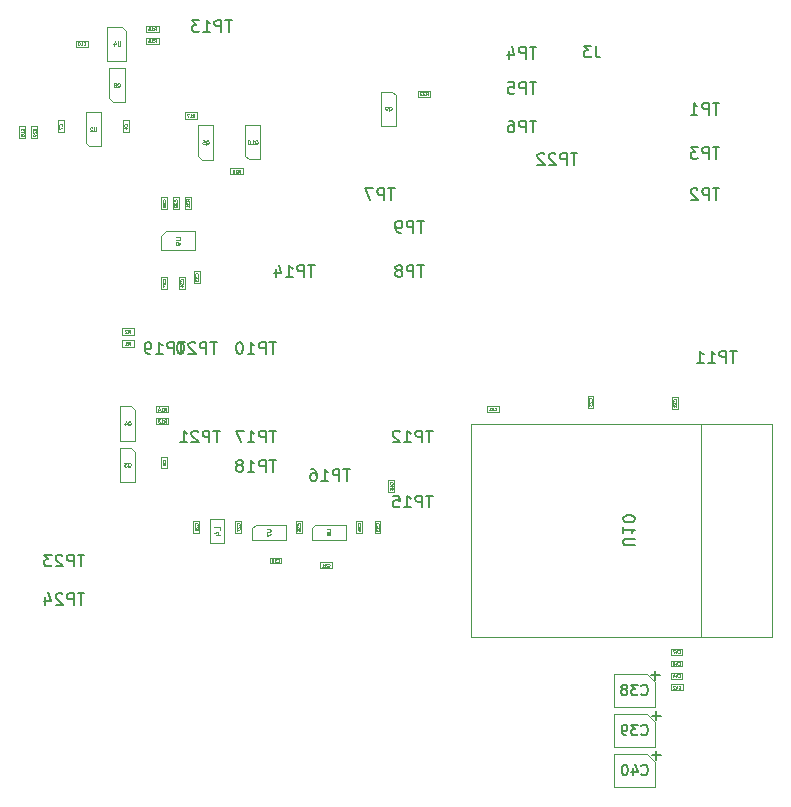
<source format=gbr>
%TF.GenerationSoftware,KiCad,Pcbnew,8.0.0*%
%TF.CreationDate,2024-03-17T03:11:13-07:00*%
%TF.ProjectId,ai-camera-rev3.2,61692d63-616d-4657-9261-2d726576332e,rev3.2*%
%TF.SameCoordinates,PX5a995c0PY2aea540*%
%TF.FileFunction,AssemblyDrawing,Bot*%
%FSLAX46Y46*%
G04 Gerber Fmt 4.6, Leading zero omitted, Abs format (unit mm)*
G04 Created by KiCad (PCBNEW 8.0.0) date 2024-03-17 03:11:13*
%MOMM*%
%LPD*%
G01*
G04 APERTURE LIST*
%ADD10C,0.150000*%
%ADD11C,0.130000*%
%ADD12C,0.050000*%
%ADD13C,0.040000*%
%ADD14C,0.060000*%
%ADD15C,0.080000*%
%ADD16C,0.100000*%
G04 APERTURE END LIST*
D10*
X59980951Y-57973866D02*
X59219047Y-57973866D01*
X59599999Y-58354819D02*
X59599999Y-57592914D01*
D11*
X58390714Y-59566536D02*
X58432618Y-59608441D01*
X58432618Y-59608441D02*
X58558333Y-59650345D01*
X58558333Y-59650345D02*
X58642142Y-59650345D01*
X58642142Y-59650345D02*
X58767856Y-59608441D01*
X58767856Y-59608441D02*
X58851666Y-59524631D01*
X58851666Y-59524631D02*
X58893571Y-59440821D01*
X58893571Y-59440821D02*
X58935475Y-59273202D01*
X58935475Y-59273202D02*
X58935475Y-59147488D01*
X58935475Y-59147488D02*
X58893571Y-58979869D01*
X58893571Y-58979869D02*
X58851666Y-58896060D01*
X58851666Y-58896060D02*
X58767856Y-58812250D01*
X58767856Y-58812250D02*
X58642142Y-58770345D01*
X58642142Y-58770345D02*
X58558333Y-58770345D01*
X58558333Y-58770345D02*
X58432618Y-58812250D01*
X58432618Y-58812250D02*
X58390714Y-58854155D01*
X58097380Y-58770345D02*
X57552618Y-58770345D01*
X57552618Y-58770345D02*
X57845952Y-59105583D01*
X57845952Y-59105583D02*
X57720237Y-59105583D01*
X57720237Y-59105583D02*
X57636428Y-59147488D01*
X57636428Y-59147488D02*
X57594523Y-59189393D01*
X57594523Y-59189393D02*
X57552618Y-59273202D01*
X57552618Y-59273202D02*
X57552618Y-59482726D01*
X57552618Y-59482726D02*
X57594523Y-59566536D01*
X57594523Y-59566536D02*
X57636428Y-59608441D01*
X57636428Y-59608441D02*
X57720237Y-59650345D01*
X57720237Y-59650345D02*
X57971666Y-59650345D01*
X57971666Y-59650345D02*
X58055475Y-59608441D01*
X58055475Y-59608441D02*
X58097380Y-59566536D01*
X57049761Y-59147488D02*
X57133571Y-59105583D01*
X57133571Y-59105583D02*
X57175476Y-59063679D01*
X57175476Y-59063679D02*
X57217380Y-58979869D01*
X57217380Y-58979869D02*
X57217380Y-58937964D01*
X57217380Y-58937964D02*
X57175476Y-58854155D01*
X57175476Y-58854155D02*
X57133571Y-58812250D01*
X57133571Y-58812250D02*
X57049761Y-58770345D01*
X57049761Y-58770345D02*
X56882142Y-58770345D01*
X56882142Y-58770345D02*
X56798333Y-58812250D01*
X56798333Y-58812250D02*
X56756428Y-58854155D01*
X56756428Y-58854155D02*
X56714523Y-58937964D01*
X56714523Y-58937964D02*
X56714523Y-58979869D01*
X56714523Y-58979869D02*
X56756428Y-59063679D01*
X56756428Y-59063679D02*
X56798333Y-59105583D01*
X56798333Y-59105583D02*
X56882142Y-59147488D01*
X56882142Y-59147488D02*
X57049761Y-59147488D01*
X57049761Y-59147488D02*
X57133571Y-59189393D01*
X57133571Y-59189393D02*
X57175476Y-59231298D01*
X57175476Y-59231298D02*
X57217380Y-59315107D01*
X57217380Y-59315107D02*
X57217380Y-59482726D01*
X57217380Y-59482726D02*
X57175476Y-59566536D01*
X57175476Y-59566536D02*
X57133571Y-59608441D01*
X57133571Y-59608441D02*
X57049761Y-59650345D01*
X57049761Y-59650345D02*
X56882142Y-59650345D01*
X56882142Y-59650345D02*
X56798333Y-59608441D01*
X56798333Y-59608441D02*
X56756428Y-59566536D01*
X56756428Y-59566536D02*
X56714523Y-59482726D01*
X56714523Y-59482726D02*
X56714523Y-59315107D01*
X56714523Y-59315107D02*
X56756428Y-59231298D01*
X56756428Y-59231298D02*
X56798333Y-59189393D01*
X56798333Y-59189393D02*
X56882142Y-59147488D01*
D12*
X21530476Y-13035914D02*
X21560952Y-13020676D01*
X21560952Y-13020676D02*
X21591428Y-12990200D01*
X21591428Y-12990200D02*
X21637142Y-12944485D01*
X21637142Y-12944485D02*
X21667619Y-12929247D01*
X21667619Y-12929247D02*
X21698095Y-12929247D01*
X21682857Y-13005438D02*
X21713333Y-12990200D01*
X21713333Y-12990200D02*
X21743809Y-12959723D01*
X21743809Y-12959723D02*
X21759047Y-12898771D01*
X21759047Y-12898771D02*
X21759047Y-12792104D01*
X21759047Y-12792104D02*
X21743809Y-12731152D01*
X21743809Y-12731152D02*
X21713333Y-12700676D01*
X21713333Y-12700676D02*
X21682857Y-12685438D01*
X21682857Y-12685438D02*
X21621904Y-12685438D01*
X21621904Y-12685438D02*
X21591428Y-12700676D01*
X21591428Y-12700676D02*
X21560952Y-12731152D01*
X21560952Y-12731152D02*
X21545714Y-12792104D01*
X21545714Y-12792104D02*
X21545714Y-12898771D01*
X21545714Y-12898771D02*
X21560952Y-12959723D01*
X21560952Y-12959723D02*
X21591428Y-12990200D01*
X21591428Y-12990200D02*
X21621904Y-13005438D01*
X21621904Y-13005438D02*
X21682857Y-13005438D01*
X21256190Y-12685438D02*
X21408571Y-12685438D01*
X21408571Y-12685438D02*
X21423809Y-12837819D01*
X21423809Y-12837819D02*
X21408571Y-12822580D01*
X21408571Y-12822580D02*
X21378095Y-12807342D01*
X21378095Y-12807342D02*
X21301904Y-12807342D01*
X21301904Y-12807342D02*
X21271428Y-12822580D01*
X21271428Y-12822580D02*
X21256190Y-12837819D01*
X21256190Y-12837819D02*
X21240952Y-12868295D01*
X21240952Y-12868295D02*
X21240952Y-12944485D01*
X21240952Y-12944485D02*
X21256190Y-12974961D01*
X21256190Y-12974961D02*
X21271428Y-12990200D01*
X21271428Y-12990200D02*
X21301904Y-13005438D01*
X21301904Y-13005438D02*
X21378095Y-13005438D01*
X21378095Y-13005438D02*
X21408571Y-12990200D01*
X21408571Y-12990200D02*
X21423809Y-12974961D01*
D10*
X60030951Y-61398866D02*
X59269047Y-61398866D01*
X59649999Y-61779819D02*
X59649999Y-61017914D01*
D11*
X58403214Y-62954036D02*
X58445118Y-62995941D01*
X58445118Y-62995941D02*
X58570833Y-63037845D01*
X58570833Y-63037845D02*
X58654642Y-63037845D01*
X58654642Y-63037845D02*
X58780356Y-62995941D01*
X58780356Y-62995941D02*
X58864166Y-62912131D01*
X58864166Y-62912131D02*
X58906071Y-62828321D01*
X58906071Y-62828321D02*
X58947975Y-62660702D01*
X58947975Y-62660702D02*
X58947975Y-62534988D01*
X58947975Y-62534988D02*
X58906071Y-62367369D01*
X58906071Y-62367369D02*
X58864166Y-62283560D01*
X58864166Y-62283560D02*
X58780356Y-62199750D01*
X58780356Y-62199750D02*
X58654642Y-62157845D01*
X58654642Y-62157845D02*
X58570833Y-62157845D01*
X58570833Y-62157845D02*
X58445118Y-62199750D01*
X58445118Y-62199750D02*
X58403214Y-62241655D01*
X58109880Y-62157845D02*
X57565118Y-62157845D01*
X57565118Y-62157845D02*
X57858452Y-62493083D01*
X57858452Y-62493083D02*
X57732737Y-62493083D01*
X57732737Y-62493083D02*
X57648928Y-62534988D01*
X57648928Y-62534988D02*
X57607023Y-62576893D01*
X57607023Y-62576893D02*
X57565118Y-62660702D01*
X57565118Y-62660702D02*
X57565118Y-62870226D01*
X57565118Y-62870226D02*
X57607023Y-62954036D01*
X57607023Y-62954036D02*
X57648928Y-62995941D01*
X57648928Y-62995941D02*
X57732737Y-63037845D01*
X57732737Y-63037845D02*
X57984166Y-63037845D01*
X57984166Y-63037845D02*
X58067975Y-62995941D01*
X58067975Y-62995941D02*
X58109880Y-62954036D01*
X57146071Y-63037845D02*
X56978452Y-63037845D01*
X56978452Y-63037845D02*
X56894642Y-62995941D01*
X56894642Y-62995941D02*
X56852738Y-62954036D01*
X56852738Y-62954036D02*
X56768928Y-62828321D01*
X56768928Y-62828321D02*
X56727023Y-62660702D01*
X56727023Y-62660702D02*
X56727023Y-62325464D01*
X56727023Y-62325464D02*
X56768928Y-62241655D01*
X56768928Y-62241655D02*
X56810833Y-62199750D01*
X56810833Y-62199750D02*
X56894642Y-62157845D01*
X56894642Y-62157845D02*
X57062261Y-62157845D01*
X57062261Y-62157845D02*
X57146071Y-62199750D01*
X57146071Y-62199750D02*
X57187976Y-62241655D01*
X57187976Y-62241655D02*
X57229880Y-62325464D01*
X57229880Y-62325464D02*
X57229880Y-62534988D01*
X57229880Y-62534988D02*
X57187976Y-62618798D01*
X57187976Y-62618798D02*
X57146071Y-62660702D01*
X57146071Y-62660702D02*
X57062261Y-62702607D01*
X57062261Y-62702607D02*
X56894642Y-62702607D01*
X56894642Y-62702607D02*
X56810833Y-62660702D01*
X56810833Y-62660702D02*
X56768928Y-62618798D01*
X56768928Y-62618798D02*
X56727023Y-62534988D01*
D10*
X27488094Y-29754819D02*
X26916666Y-29754819D01*
X27202380Y-30754819D02*
X27202380Y-29754819D01*
X26583332Y-30754819D02*
X26583332Y-29754819D01*
X26583332Y-29754819D02*
X26202380Y-29754819D01*
X26202380Y-29754819D02*
X26107142Y-29802438D01*
X26107142Y-29802438D02*
X26059523Y-29850057D01*
X26059523Y-29850057D02*
X26011904Y-29945295D01*
X26011904Y-29945295D02*
X26011904Y-30088152D01*
X26011904Y-30088152D02*
X26059523Y-30183390D01*
X26059523Y-30183390D02*
X26107142Y-30231009D01*
X26107142Y-30231009D02*
X26202380Y-30278628D01*
X26202380Y-30278628D02*
X26583332Y-30278628D01*
X25059523Y-30754819D02*
X25630951Y-30754819D01*
X25345237Y-30754819D02*
X25345237Y-29754819D01*
X25345237Y-29754819D02*
X25440475Y-29897676D01*
X25440475Y-29897676D02*
X25535713Y-29992914D01*
X25535713Y-29992914D02*
X25630951Y-30040533D01*
X24440475Y-29754819D02*
X24345237Y-29754819D01*
X24345237Y-29754819D02*
X24249999Y-29802438D01*
X24249999Y-29802438D02*
X24202380Y-29850057D01*
X24202380Y-29850057D02*
X24154761Y-29945295D01*
X24154761Y-29945295D02*
X24107142Y-30135771D01*
X24107142Y-30135771D02*
X24107142Y-30373866D01*
X24107142Y-30373866D02*
X24154761Y-30564342D01*
X24154761Y-30564342D02*
X24202380Y-30659580D01*
X24202380Y-30659580D02*
X24249999Y-30707200D01*
X24249999Y-30707200D02*
X24345237Y-30754819D01*
X24345237Y-30754819D02*
X24440475Y-30754819D01*
X24440475Y-30754819D02*
X24535713Y-30707200D01*
X24535713Y-30707200D02*
X24583332Y-30659580D01*
X24583332Y-30659580D02*
X24630951Y-30564342D01*
X24630951Y-30564342D02*
X24678570Y-30373866D01*
X24678570Y-30373866D02*
X24678570Y-30135771D01*
X24678570Y-30135771D02*
X24630951Y-29945295D01*
X24630951Y-29945295D02*
X24583332Y-29850057D01*
X24583332Y-29850057D02*
X24535713Y-29802438D01*
X24535713Y-29802438D02*
X24440475Y-29754819D01*
D13*
X14963332Y-28988200D02*
X15049999Y-28864391D01*
X15111904Y-28988200D02*
X15111904Y-28728200D01*
X15111904Y-28728200D02*
X15012856Y-28728200D01*
X15012856Y-28728200D02*
X14988094Y-28740581D01*
X14988094Y-28740581D02*
X14975713Y-28752962D01*
X14975713Y-28752962D02*
X14963332Y-28777724D01*
X14963332Y-28777724D02*
X14963332Y-28814867D01*
X14963332Y-28814867D02*
X14975713Y-28839629D01*
X14975713Y-28839629D02*
X14988094Y-28852010D01*
X14988094Y-28852010D02*
X15012856Y-28864391D01*
X15012856Y-28864391D02*
X15111904Y-28864391D01*
X14864285Y-28752962D02*
X14851904Y-28740581D01*
X14851904Y-28740581D02*
X14827142Y-28728200D01*
X14827142Y-28728200D02*
X14765237Y-28728200D01*
X14765237Y-28728200D02*
X14740475Y-28740581D01*
X14740475Y-28740581D02*
X14728094Y-28752962D01*
X14728094Y-28752962D02*
X14715713Y-28777724D01*
X14715713Y-28777724D02*
X14715713Y-28802486D01*
X14715713Y-28802486D02*
X14728094Y-28839629D01*
X14728094Y-28839629D02*
X14876666Y-28988200D01*
X14876666Y-28988200D02*
X14715713Y-28988200D01*
D10*
X11238094Y-51004819D02*
X10666666Y-51004819D01*
X10952380Y-52004819D02*
X10952380Y-51004819D01*
X10333332Y-52004819D02*
X10333332Y-51004819D01*
X10333332Y-51004819D02*
X9952380Y-51004819D01*
X9952380Y-51004819D02*
X9857142Y-51052438D01*
X9857142Y-51052438D02*
X9809523Y-51100057D01*
X9809523Y-51100057D02*
X9761904Y-51195295D01*
X9761904Y-51195295D02*
X9761904Y-51338152D01*
X9761904Y-51338152D02*
X9809523Y-51433390D01*
X9809523Y-51433390D02*
X9857142Y-51481009D01*
X9857142Y-51481009D02*
X9952380Y-51528628D01*
X9952380Y-51528628D02*
X10333332Y-51528628D01*
X9380951Y-51100057D02*
X9333332Y-51052438D01*
X9333332Y-51052438D02*
X9238094Y-51004819D01*
X9238094Y-51004819D02*
X8999999Y-51004819D01*
X8999999Y-51004819D02*
X8904761Y-51052438D01*
X8904761Y-51052438D02*
X8857142Y-51100057D01*
X8857142Y-51100057D02*
X8809523Y-51195295D01*
X8809523Y-51195295D02*
X8809523Y-51290533D01*
X8809523Y-51290533D02*
X8857142Y-51433390D01*
X8857142Y-51433390D02*
X9428570Y-52004819D01*
X9428570Y-52004819D02*
X8809523Y-52004819D01*
X7952380Y-51338152D02*
X7952380Y-52004819D01*
X8190475Y-50957200D02*
X8428570Y-51671485D01*
X8428570Y-51671485D02*
X7809523Y-51671485D01*
D13*
X61339765Y-34749285D02*
X61351670Y-34737381D01*
X61351670Y-34737381D02*
X61363574Y-34701666D01*
X61363574Y-34701666D02*
X61363574Y-34677857D01*
X61363574Y-34677857D02*
X61351670Y-34642143D01*
X61351670Y-34642143D02*
X61327860Y-34618333D01*
X61327860Y-34618333D02*
X61304050Y-34606428D01*
X61304050Y-34606428D02*
X61256431Y-34594524D01*
X61256431Y-34594524D02*
X61220717Y-34594524D01*
X61220717Y-34594524D02*
X61173098Y-34606428D01*
X61173098Y-34606428D02*
X61149289Y-34618333D01*
X61149289Y-34618333D02*
X61125479Y-34642143D01*
X61125479Y-34642143D02*
X61113574Y-34677857D01*
X61113574Y-34677857D02*
X61113574Y-34701666D01*
X61113574Y-34701666D02*
X61125479Y-34737381D01*
X61125479Y-34737381D02*
X61137384Y-34749285D01*
X61113574Y-34832619D02*
X61113574Y-34987381D01*
X61113574Y-34987381D02*
X61208812Y-34904047D01*
X61208812Y-34904047D02*
X61208812Y-34939762D01*
X61208812Y-34939762D02*
X61220717Y-34963571D01*
X61220717Y-34963571D02*
X61232622Y-34975476D01*
X61232622Y-34975476D02*
X61256431Y-34987381D01*
X61256431Y-34987381D02*
X61315955Y-34987381D01*
X61315955Y-34987381D02*
X61339765Y-34975476D01*
X61339765Y-34975476D02*
X61351670Y-34963571D01*
X61351670Y-34963571D02*
X61363574Y-34939762D01*
X61363574Y-34939762D02*
X61363574Y-34868333D01*
X61363574Y-34868333D02*
X61351670Y-34844524D01*
X61351670Y-34844524D02*
X61339765Y-34832619D01*
X61137384Y-35082619D02*
X61125479Y-35094523D01*
X61125479Y-35094523D02*
X61113574Y-35118333D01*
X61113574Y-35118333D02*
X61113574Y-35177857D01*
X61113574Y-35177857D02*
X61125479Y-35201666D01*
X61125479Y-35201666D02*
X61137384Y-35213571D01*
X61137384Y-35213571D02*
X61161193Y-35225476D01*
X61161193Y-35225476D02*
X61185003Y-35225476D01*
X61185003Y-35225476D02*
X61220717Y-35213571D01*
X61220717Y-35213571D02*
X61363574Y-35070714D01*
X61363574Y-35070714D02*
X61363574Y-35225476D01*
D10*
X57865180Y-46968094D02*
X57055657Y-46968094D01*
X57055657Y-46968094D02*
X56960419Y-46920475D01*
X56960419Y-46920475D02*
X56912800Y-46872856D01*
X56912800Y-46872856D02*
X56865180Y-46777618D01*
X56865180Y-46777618D02*
X56865180Y-46587142D01*
X56865180Y-46587142D02*
X56912800Y-46491904D01*
X56912800Y-46491904D02*
X56960419Y-46444285D01*
X56960419Y-46444285D02*
X57055657Y-46396666D01*
X57055657Y-46396666D02*
X57865180Y-46396666D01*
X56865180Y-45396666D02*
X56865180Y-45968094D01*
X56865180Y-45682380D02*
X57865180Y-45682380D01*
X57865180Y-45682380D02*
X57722323Y-45777618D01*
X57722323Y-45777618D02*
X57627085Y-45872856D01*
X57627085Y-45872856D02*
X57579466Y-45968094D01*
X57865180Y-44777618D02*
X57865180Y-44682380D01*
X57865180Y-44682380D02*
X57817561Y-44587142D01*
X57817561Y-44587142D02*
X57769942Y-44539523D01*
X57769942Y-44539523D02*
X57674704Y-44491904D01*
X57674704Y-44491904D02*
X57484228Y-44444285D01*
X57484228Y-44444285D02*
X57246133Y-44444285D01*
X57246133Y-44444285D02*
X57055657Y-44491904D01*
X57055657Y-44491904D02*
X56960419Y-44539523D01*
X56960419Y-44539523D02*
X56912800Y-44587142D01*
X56912800Y-44587142D02*
X56865180Y-44682380D01*
X56865180Y-44682380D02*
X56865180Y-44777618D01*
X56865180Y-44777618D02*
X56912800Y-44872856D01*
X56912800Y-44872856D02*
X56960419Y-44920475D01*
X56960419Y-44920475D02*
X57055657Y-44968094D01*
X57055657Y-44968094D02*
X57246133Y-45015713D01*
X57246133Y-45015713D02*
X57484228Y-45015713D01*
X57484228Y-45015713D02*
X57674704Y-44968094D01*
X57674704Y-44968094D02*
X57769942Y-44920475D01*
X57769942Y-44920475D02*
X57817561Y-44872856D01*
X57817561Y-44872856D02*
X57865180Y-44777618D01*
X27488094Y-37254819D02*
X26916666Y-37254819D01*
X27202380Y-38254819D02*
X27202380Y-37254819D01*
X26583332Y-38254819D02*
X26583332Y-37254819D01*
X26583332Y-37254819D02*
X26202380Y-37254819D01*
X26202380Y-37254819D02*
X26107142Y-37302438D01*
X26107142Y-37302438D02*
X26059523Y-37350057D01*
X26059523Y-37350057D02*
X26011904Y-37445295D01*
X26011904Y-37445295D02*
X26011904Y-37588152D01*
X26011904Y-37588152D02*
X26059523Y-37683390D01*
X26059523Y-37683390D02*
X26107142Y-37731009D01*
X26107142Y-37731009D02*
X26202380Y-37778628D01*
X26202380Y-37778628D02*
X26583332Y-37778628D01*
X25059523Y-38254819D02*
X25630951Y-38254819D01*
X25345237Y-38254819D02*
X25345237Y-37254819D01*
X25345237Y-37254819D02*
X25440475Y-37397676D01*
X25440475Y-37397676D02*
X25535713Y-37492914D01*
X25535713Y-37492914D02*
X25630951Y-37540533D01*
X24726189Y-37254819D02*
X24059523Y-37254819D01*
X24059523Y-37254819D02*
X24488094Y-38254819D01*
D13*
X18089765Y-17839285D02*
X18101670Y-17827381D01*
X18101670Y-17827381D02*
X18113574Y-17791666D01*
X18113574Y-17791666D02*
X18113574Y-17767857D01*
X18113574Y-17767857D02*
X18101670Y-17732143D01*
X18101670Y-17732143D02*
X18077860Y-17708333D01*
X18077860Y-17708333D02*
X18054050Y-17696428D01*
X18054050Y-17696428D02*
X18006431Y-17684524D01*
X18006431Y-17684524D02*
X17970717Y-17684524D01*
X17970717Y-17684524D02*
X17923098Y-17696428D01*
X17923098Y-17696428D02*
X17899289Y-17708333D01*
X17899289Y-17708333D02*
X17875479Y-17732143D01*
X17875479Y-17732143D02*
X17863574Y-17767857D01*
X17863574Y-17767857D02*
X17863574Y-17791666D01*
X17863574Y-17791666D02*
X17875479Y-17827381D01*
X17875479Y-17827381D02*
X17887384Y-17839285D01*
X17887384Y-17934524D02*
X17875479Y-17946428D01*
X17875479Y-17946428D02*
X17863574Y-17970238D01*
X17863574Y-17970238D02*
X17863574Y-18029762D01*
X17863574Y-18029762D02*
X17875479Y-18053571D01*
X17875479Y-18053571D02*
X17887384Y-18065476D01*
X17887384Y-18065476D02*
X17911193Y-18077381D01*
X17911193Y-18077381D02*
X17935003Y-18077381D01*
X17935003Y-18077381D02*
X17970717Y-18065476D01*
X17970717Y-18065476D02*
X18113574Y-17922619D01*
X18113574Y-17922619D02*
X18113574Y-18077381D01*
X18113574Y-18196428D02*
X18113574Y-18244047D01*
X18113574Y-18244047D02*
X18101670Y-18267857D01*
X18101670Y-18267857D02*
X18089765Y-18279761D01*
X18089765Y-18279761D02*
X18054050Y-18303571D01*
X18054050Y-18303571D02*
X18006431Y-18315476D01*
X18006431Y-18315476D02*
X17911193Y-18315476D01*
X17911193Y-18315476D02*
X17887384Y-18303571D01*
X17887384Y-18303571D02*
X17875479Y-18291666D01*
X17875479Y-18291666D02*
X17863574Y-18267857D01*
X17863574Y-18267857D02*
X17863574Y-18220238D01*
X17863574Y-18220238D02*
X17875479Y-18196428D01*
X17875479Y-18196428D02*
X17887384Y-18184523D01*
X17887384Y-18184523D02*
X17911193Y-18172619D01*
X17911193Y-18172619D02*
X17970717Y-18172619D01*
X17970717Y-18172619D02*
X17994527Y-18184523D01*
X17994527Y-18184523D02*
X18006431Y-18196428D01*
X18006431Y-18196428D02*
X18018336Y-18220238D01*
X18018336Y-18220238D02*
X18018336Y-18267857D01*
X18018336Y-18267857D02*
X18006431Y-18291666D01*
X18006431Y-18291666D02*
X17994527Y-18303571D01*
X17994527Y-18303571D02*
X17970717Y-18315476D01*
X19589765Y-24589285D02*
X19601670Y-24577381D01*
X19601670Y-24577381D02*
X19613574Y-24541666D01*
X19613574Y-24541666D02*
X19613574Y-24517857D01*
X19613574Y-24517857D02*
X19601670Y-24482143D01*
X19601670Y-24482143D02*
X19577860Y-24458333D01*
X19577860Y-24458333D02*
X19554050Y-24446428D01*
X19554050Y-24446428D02*
X19506431Y-24434524D01*
X19506431Y-24434524D02*
X19470717Y-24434524D01*
X19470717Y-24434524D02*
X19423098Y-24446428D01*
X19423098Y-24446428D02*
X19399289Y-24458333D01*
X19399289Y-24458333D02*
X19375479Y-24482143D01*
X19375479Y-24482143D02*
X19363574Y-24517857D01*
X19363574Y-24517857D02*
X19363574Y-24541666D01*
X19363574Y-24541666D02*
X19375479Y-24577381D01*
X19375479Y-24577381D02*
X19387384Y-24589285D01*
X19363574Y-24672619D02*
X19363574Y-24827381D01*
X19363574Y-24827381D02*
X19458812Y-24744047D01*
X19458812Y-24744047D02*
X19458812Y-24779762D01*
X19458812Y-24779762D02*
X19470717Y-24803571D01*
X19470717Y-24803571D02*
X19482622Y-24815476D01*
X19482622Y-24815476D02*
X19506431Y-24827381D01*
X19506431Y-24827381D02*
X19565955Y-24827381D01*
X19565955Y-24827381D02*
X19589765Y-24815476D01*
X19589765Y-24815476D02*
X19601670Y-24803571D01*
X19601670Y-24803571D02*
X19613574Y-24779762D01*
X19613574Y-24779762D02*
X19613574Y-24708333D01*
X19613574Y-24708333D02*
X19601670Y-24684524D01*
X19601670Y-24684524D02*
X19589765Y-24672619D01*
X19446908Y-25041666D02*
X19613574Y-25041666D01*
X19351670Y-24982142D02*
X19530241Y-24922619D01*
X19530241Y-24922619D02*
X19530241Y-25077380D01*
X37326165Y-41777285D02*
X37338070Y-41765381D01*
X37338070Y-41765381D02*
X37349974Y-41729666D01*
X37349974Y-41729666D02*
X37349974Y-41705857D01*
X37349974Y-41705857D02*
X37338070Y-41670143D01*
X37338070Y-41670143D02*
X37314260Y-41646333D01*
X37314260Y-41646333D02*
X37290450Y-41634428D01*
X37290450Y-41634428D02*
X37242831Y-41622524D01*
X37242831Y-41622524D02*
X37207117Y-41622524D01*
X37207117Y-41622524D02*
X37159498Y-41634428D01*
X37159498Y-41634428D02*
X37135689Y-41646333D01*
X37135689Y-41646333D02*
X37111879Y-41670143D01*
X37111879Y-41670143D02*
X37099974Y-41705857D01*
X37099974Y-41705857D02*
X37099974Y-41729666D01*
X37099974Y-41729666D02*
X37111879Y-41765381D01*
X37111879Y-41765381D02*
X37123784Y-41777285D01*
X37183308Y-41991571D02*
X37349974Y-41991571D01*
X37088070Y-41932047D02*
X37266641Y-41872524D01*
X37266641Y-41872524D02*
X37266641Y-42027285D01*
X37207117Y-42158238D02*
X37195212Y-42134428D01*
X37195212Y-42134428D02*
X37183308Y-42122523D01*
X37183308Y-42122523D02*
X37159498Y-42110619D01*
X37159498Y-42110619D02*
X37147593Y-42110619D01*
X37147593Y-42110619D02*
X37123784Y-42122523D01*
X37123784Y-42122523D02*
X37111879Y-42134428D01*
X37111879Y-42134428D02*
X37099974Y-42158238D01*
X37099974Y-42158238D02*
X37099974Y-42205857D01*
X37099974Y-42205857D02*
X37111879Y-42229666D01*
X37111879Y-42229666D02*
X37123784Y-42241571D01*
X37123784Y-42241571D02*
X37147593Y-42253476D01*
X37147593Y-42253476D02*
X37159498Y-42253476D01*
X37159498Y-42253476D02*
X37183308Y-42241571D01*
X37183308Y-42241571D02*
X37195212Y-42229666D01*
X37195212Y-42229666D02*
X37207117Y-42205857D01*
X37207117Y-42205857D02*
X37207117Y-42158238D01*
X37207117Y-42158238D02*
X37219022Y-42134428D01*
X37219022Y-42134428D02*
X37230927Y-42122523D01*
X37230927Y-42122523D02*
X37254736Y-42110619D01*
X37254736Y-42110619D02*
X37302355Y-42110619D01*
X37302355Y-42110619D02*
X37326165Y-42122523D01*
X37326165Y-42122523D02*
X37338070Y-42134428D01*
X37338070Y-42134428D02*
X37349974Y-42158238D01*
X37349974Y-42158238D02*
X37349974Y-42205857D01*
X37349974Y-42205857D02*
X37338070Y-42229666D01*
X37338070Y-42229666D02*
X37326165Y-42241571D01*
X37326165Y-42241571D02*
X37302355Y-42253476D01*
X37302355Y-42253476D02*
X37254736Y-42253476D01*
X37254736Y-42253476D02*
X37230927Y-42241571D01*
X37230927Y-42241571D02*
X37219022Y-42229666D01*
X37219022Y-42229666D02*
X37207117Y-42205857D01*
D10*
X40738094Y-37254819D02*
X40166666Y-37254819D01*
X40452380Y-38254819D02*
X40452380Y-37254819D01*
X39833332Y-38254819D02*
X39833332Y-37254819D01*
X39833332Y-37254819D02*
X39452380Y-37254819D01*
X39452380Y-37254819D02*
X39357142Y-37302438D01*
X39357142Y-37302438D02*
X39309523Y-37350057D01*
X39309523Y-37350057D02*
X39261904Y-37445295D01*
X39261904Y-37445295D02*
X39261904Y-37588152D01*
X39261904Y-37588152D02*
X39309523Y-37683390D01*
X39309523Y-37683390D02*
X39357142Y-37731009D01*
X39357142Y-37731009D02*
X39452380Y-37778628D01*
X39452380Y-37778628D02*
X39833332Y-37778628D01*
X38309523Y-38254819D02*
X38880951Y-38254819D01*
X38595237Y-38254819D02*
X38595237Y-37254819D01*
X38595237Y-37254819D02*
X38690475Y-37397676D01*
X38690475Y-37397676D02*
X38785713Y-37492914D01*
X38785713Y-37492914D02*
X38880951Y-37540533D01*
X37928570Y-37350057D02*
X37880951Y-37302438D01*
X37880951Y-37302438D02*
X37785713Y-37254819D01*
X37785713Y-37254819D02*
X37547618Y-37254819D01*
X37547618Y-37254819D02*
X37452380Y-37302438D01*
X37452380Y-37302438D02*
X37404761Y-37350057D01*
X37404761Y-37350057D02*
X37357142Y-37445295D01*
X37357142Y-37445295D02*
X37357142Y-37540533D01*
X37357142Y-37540533D02*
X37404761Y-37683390D01*
X37404761Y-37683390D02*
X37976189Y-38254819D01*
X37976189Y-38254819D02*
X37357142Y-38254819D01*
D13*
X20118200Y-17832857D02*
X19994391Y-17746190D01*
X20118200Y-17684285D02*
X19858200Y-17684285D01*
X19858200Y-17684285D02*
X19858200Y-17783333D01*
X19858200Y-17783333D02*
X19870581Y-17808095D01*
X19870581Y-17808095D02*
X19882962Y-17820476D01*
X19882962Y-17820476D02*
X19907724Y-17832857D01*
X19907724Y-17832857D02*
X19944867Y-17832857D01*
X19944867Y-17832857D02*
X19969629Y-17820476D01*
X19969629Y-17820476D02*
X19982010Y-17808095D01*
X19982010Y-17808095D02*
X19994391Y-17783333D01*
X19994391Y-17783333D02*
X19994391Y-17684285D01*
X19858200Y-17919523D02*
X19858200Y-18080476D01*
X19858200Y-18080476D02*
X19957248Y-17993809D01*
X19957248Y-17993809D02*
X19957248Y-18030952D01*
X19957248Y-18030952D02*
X19969629Y-18055714D01*
X19969629Y-18055714D02*
X19982010Y-18068095D01*
X19982010Y-18068095D02*
X20006772Y-18080476D01*
X20006772Y-18080476D02*
X20068677Y-18080476D01*
X20068677Y-18080476D02*
X20093439Y-18068095D01*
X20093439Y-18068095D02*
X20105820Y-18055714D01*
X20105820Y-18055714D02*
X20118200Y-18030952D01*
X20118200Y-18030952D02*
X20118200Y-17956666D01*
X20118200Y-17956666D02*
X20105820Y-17931904D01*
X20105820Y-17931904D02*
X20093439Y-17919523D01*
X20118200Y-18328095D02*
X20118200Y-18179523D01*
X20118200Y-18253809D02*
X19858200Y-18253809D01*
X19858200Y-18253809D02*
X19895343Y-18229047D01*
X19895343Y-18229047D02*
X19920105Y-18204285D01*
X19920105Y-18204285D02*
X19932486Y-18179523D01*
D10*
X52988094Y-13754819D02*
X52416666Y-13754819D01*
X52702380Y-14754819D02*
X52702380Y-13754819D01*
X52083332Y-14754819D02*
X52083332Y-13754819D01*
X52083332Y-13754819D02*
X51702380Y-13754819D01*
X51702380Y-13754819D02*
X51607142Y-13802438D01*
X51607142Y-13802438D02*
X51559523Y-13850057D01*
X51559523Y-13850057D02*
X51511904Y-13945295D01*
X51511904Y-13945295D02*
X51511904Y-14088152D01*
X51511904Y-14088152D02*
X51559523Y-14183390D01*
X51559523Y-14183390D02*
X51607142Y-14231009D01*
X51607142Y-14231009D02*
X51702380Y-14278628D01*
X51702380Y-14278628D02*
X52083332Y-14278628D01*
X51130951Y-13850057D02*
X51083332Y-13802438D01*
X51083332Y-13802438D02*
X50988094Y-13754819D01*
X50988094Y-13754819D02*
X50749999Y-13754819D01*
X50749999Y-13754819D02*
X50654761Y-13802438D01*
X50654761Y-13802438D02*
X50607142Y-13850057D01*
X50607142Y-13850057D02*
X50559523Y-13945295D01*
X50559523Y-13945295D02*
X50559523Y-14040533D01*
X50559523Y-14040533D02*
X50607142Y-14183390D01*
X50607142Y-14183390D02*
X51178570Y-14754819D01*
X51178570Y-14754819D02*
X50559523Y-14754819D01*
X50178570Y-13850057D02*
X50130951Y-13802438D01*
X50130951Y-13802438D02*
X50035713Y-13754819D01*
X50035713Y-13754819D02*
X49797618Y-13754819D01*
X49797618Y-13754819D02*
X49702380Y-13802438D01*
X49702380Y-13802438D02*
X49654761Y-13850057D01*
X49654761Y-13850057D02*
X49607142Y-13945295D01*
X49607142Y-13945295D02*
X49607142Y-14040533D01*
X49607142Y-14040533D02*
X49654761Y-14183390D01*
X49654761Y-14183390D02*
X50226189Y-14754819D01*
X50226189Y-14754819D02*
X49607142Y-14754819D01*
D13*
X14839765Y-11458333D02*
X14851670Y-11446429D01*
X14851670Y-11446429D02*
X14863574Y-11410714D01*
X14863574Y-11410714D02*
X14863574Y-11386905D01*
X14863574Y-11386905D02*
X14851670Y-11351191D01*
X14851670Y-11351191D02*
X14827860Y-11327381D01*
X14827860Y-11327381D02*
X14804050Y-11315476D01*
X14804050Y-11315476D02*
X14756431Y-11303572D01*
X14756431Y-11303572D02*
X14720717Y-11303572D01*
X14720717Y-11303572D02*
X14673098Y-11315476D01*
X14673098Y-11315476D02*
X14649289Y-11327381D01*
X14649289Y-11327381D02*
X14625479Y-11351191D01*
X14625479Y-11351191D02*
X14613574Y-11386905D01*
X14613574Y-11386905D02*
X14613574Y-11410714D01*
X14613574Y-11410714D02*
X14625479Y-11446429D01*
X14625479Y-11446429D02*
X14637384Y-11458333D01*
X14696908Y-11672619D02*
X14863574Y-11672619D01*
X14601670Y-11613095D02*
X14780241Y-11553572D01*
X14780241Y-11553572D02*
X14780241Y-11708333D01*
X18089765Y-24589285D02*
X18101670Y-24577381D01*
X18101670Y-24577381D02*
X18113574Y-24541666D01*
X18113574Y-24541666D02*
X18113574Y-24517857D01*
X18113574Y-24517857D02*
X18101670Y-24482143D01*
X18101670Y-24482143D02*
X18077860Y-24458333D01*
X18077860Y-24458333D02*
X18054050Y-24446428D01*
X18054050Y-24446428D02*
X18006431Y-24434524D01*
X18006431Y-24434524D02*
X17970717Y-24434524D01*
X17970717Y-24434524D02*
X17923098Y-24446428D01*
X17923098Y-24446428D02*
X17899289Y-24458333D01*
X17899289Y-24458333D02*
X17875479Y-24482143D01*
X17875479Y-24482143D02*
X17863574Y-24517857D01*
X17863574Y-24517857D02*
X17863574Y-24541666D01*
X17863574Y-24541666D02*
X17875479Y-24577381D01*
X17875479Y-24577381D02*
X17887384Y-24589285D01*
X17863574Y-24672619D02*
X17863574Y-24827381D01*
X17863574Y-24827381D02*
X17958812Y-24744047D01*
X17958812Y-24744047D02*
X17958812Y-24779762D01*
X17958812Y-24779762D02*
X17970717Y-24803571D01*
X17970717Y-24803571D02*
X17982622Y-24815476D01*
X17982622Y-24815476D02*
X18006431Y-24827381D01*
X18006431Y-24827381D02*
X18065955Y-24827381D01*
X18065955Y-24827381D02*
X18089765Y-24815476D01*
X18089765Y-24815476D02*
X18101670Y-24803571D01*
X18101670Y-24803571D02*
X18113574Y-24779762D01*
X18113574Y-24779762D02*
X18113574Y-24708333D01*
X18113574Y-24708333D02*
X18101670Y-24684524D01*
X18101670Y-24684524D02*
X18089765Y-24672619D01*
X17863574Y-24910714D02*
X17863574Y-25077380D01*
X17863574Y-25077380D02*
X18113574Y-24970238D01*
X61535714Y-57064765D02*
X61547618Y-57076670D01*
X61547618Y-57076670D02*
X61583333Y-57088574D01*
X61583333Y-57088574D02*
X61607142Y-57088574D01*
X61607142Y-57088574D02*
X61642856Y-57076670D01*
X61642856Y-57076670D02*
X61666666Y-57052860D01*
X61666666Y-57052860D02*
X61678571Y-57029050D01*
X61678571Y-57029050D02*
X61690475Y-56981431D01*
X61690475Y-56981431D02*
X61690475Y-56945717D01*
X61690475Y-56945717D02*
X61678571Y-56898098D01*
X61678571Y-56898098D02*
X61666666Y-56874289D01*
X61666666Y-56874289D02*
X61642856Y-56850479D01*
X61642856Y-56850479D02*
X61607142Y-56838574D01*
X61607142Y-56838574D02*
X61583333Y-56838574D01*
X61583333Y-56838574D02*
X61547618Y-56850479D01*
X61547618Y-56850479D02*
X61535714Y-56862384D01*
X61321428Y-56921908D02*
X61321428Y-57088574D01*
X61380952Y-56826670D02*
X61440475Y-57005241D01*
X61440475Y-57005241D02*
X61285714Y-57005241D01*
X61083333Y-56838574D02*
X61130952Y-56838574D01*
X61130952Y-56838574D02*
X61154761Y-56850479D01*
X61154761Y-56850479D02*
X61166666Y-56862384D01*
X61166666Y-56862384D02*
X61190476Y-56898098D01*
X61190476Y-56898098D02*
X61202380Y-56945717D01*
X61202380Y-56945717D02*
X61202380Y-57040955D01*
X61202380Y-57040955D02*
X61190476Y-57064765D01*
X61190476Y-57064765D02*
X61178571Y-57076670D01*
X61178571Y-57076670D02*
X61154761Y-57088574D01*
X61154761Y-57088574D02*
X61107142Y-57088574D01*
X61107142Y-57088574D02*
X61083333Y-57076670D01*
X61083333Y-57076670D02*
X61071428Y-57064765D01*
X61071428Y-57064765D02*
X61059523Y-57040955D01*
X61059523Y-57040955D02*
X61059523Y-56981431D01*
X61059523Y-56981431D02*
X61071428Y-56957622D01*
X61071428Y-56957622D02*
X61083333Y-56945717D01*
X61083333Y-56945717D02*
X61107142Y-56933812D01*
X61107142Y-56933812D02*
X61154761Y-56933812D01*
X61154761Y-56933812D02*
X61178571Y-56945717D01*
X61178571Y-56945717D02*
X61190476Y-56957622D01*
X61190476Y-56957622D02*
X61202380Y-56981431D01*
D12*
X14930476Y-40335914D02*
X14960952Y-40320676D01*
X14960952Y-40320676D02*
X14991428Y-40290200D01*
X14991428Y-40290200D02*
X15037142Y-40244485D01*
X15037142Y-40244485D02*
X15067619Y-40229247D01*
X15067619Y-40229247D02*
X15098095Y-40229247D01*
X15082857Y-40305438D02*
X15113333Y-40290200D01*
X15113333Y-40290200D02*
X15143809Y-40259723D01*
X15143809Y-40259723D02*
X15159047Y-40198771D01*
X15159047Y-40198771D02*
X15159047Y-40092104D01*
X15159047Y-40092104D02*
X15143809Y-40031152D01*
X15143809Y-40031152D02*
X15113333Y-40000676D01*
X15113333Y-40000676D02*
X15082857Y-39985438D01*
X15082857Y-39985438D02*
X15021904Y-39985438D01*
X15021904Y-39985438D02*
X14991428Y-40000676D01*
X14991428Y-40000676D02*
X14960952Y-40031152D01*
X14960952Y-40031152D02*
X14945714Y-40092104D01*
X14945714Y-40092104D02*
X14945714Y-40198771D01*
X14945714Y-40198771D02*
X14960952Y-40259723D01*
X14960952Y-40259723D02*
X14991428Y-40290200D01*
X14991428Y-40290200D02*
X15021904Y-40305438D01*
X15021904Y-40305438D02*
X15082857Y-40305438D01*
X14839047Y-39985438D02*
X14640952Y-39985438D01*
X14640952Y-39985438D02*
X14747619Y-40107342D01*
X14747619Y-40107342D02*
X14701904Y-40107342D01*
X14701904Y-40107342D02*
X14671428Y-40122580D01*
X14671428Y-40122580D02*
X14656190Y-40137819D01*
X14656190Y-40137819D02*
X14640952Y-40168295D01*
X14640952Y-40168295D02*
X14640952Y-40244485D01*
X14640952Y-40244485D02*
X14656190Y-40274961D01*
X14656190Y-40274961D02*
X14671428Y-40290200D01*
X14671428Y-40290200D02*
X14701904Y-40305438D01*
X14701904Y-40305438D02*
X14793333Y-40305438D01*
X14793333Y-40305438D02*
X14823809Y-40290200D01*
X14823809Y-40290200D02*
X14839047Y-40274961D01*
D13*
X6089765Y-11839285D02*
X6101670Y-11827381D01*
X6101670Y-11827381D02*
X6113574Y-11791666D01*
X6113574Y-11791666D02*
X6113574Y-11767857D01*
X6113574Y-11767857D02*
X6101670Y-11732143D01*
X6101670Y-11732143D02*
X6077860Y-11708333D01*
X6077860Y-11708333D02*
X6054050Y-11696428D01*
X6054050Y-11696428D02*
X6006431Y-11684524D01*
X6006431Y-11684524D02*
X5970717Y-11684524D01*
X5970717Y-11684524D02*
X5923098Y-11696428D01*
X5923098Y-11696428D02*
X5899289Y-11708333D01*
X5899289Y-11708333D02*
X5875479Y-11732143D01*
X5875479Y-11732143D02*
X5863574Y-11767857D01*
X5863574Y-11767857D02*
X5863574Y-11791666D01*
X5863574Y-11791666D02*
X5875479Y-11827381D01*
X5875479Y-11827381D02*
X5887384Y-11839285D01*
X6113574Y-12077381D02*
X6113574Y-11934524D01*
X6113574Y-12005952D02*
X5863574Y-12005952D01*
X5863574Y-12005952D02*
X5899289Y-11982143D01*
X5899289Y-11982143D02*
X5923098Y-11958333D01*
X5923098Y-11958333D02*
X5935003Y-11934524D01*
X5863574Y-12291666D02*
X5863574Y-12244047D01*
X5863574Y-12244047D02*
X5875479Y-12220238D01*
X5875479Y-12220238D02*
X5887384Y-12208333D01*
X5887384Y-12208333D02*
X5923098Y-12184523D01*
X5923098Y-12184523D02*
X5970717Y-12172619D01*
X5970717Y-12172619D02*
X6065955Y-12172619D01*
X6065955Y-12172619D02*
X6089765Y-12184523D01*
X6089765Y-12184523D02*
X6101670Y-12196428D01*
X6101670Y-12196428D02*
X6113574Y-12220238D01*
X6113574Y-12220238D02*
X6113574Y-12267857D01*
X6113574Y-12267857D02*
X6101670Y-12291666D01*
X6101670Y-12291666D02*
X6089765Y-12303571D01*
X6089765Y-12303571D02*
X6065955Y-12315476D01*
X6065955Y-12315476D02*
X6006431Y-12315476D01*
X6006431Y-12315476D02*
X5982622Y-12303571D01*
X5982622Y-12303571D02*
X5970717Y-12291666D01*
X5970717Y-12291666D02*
X5958812Y-12267857D01*
X5958812Y-12267857D02*
X5958812Y-12220238D01*
X5958812Y-12220238D02*
X5970717Y-12196428D01*
X5970717Y-12196428D02*
X5982622Y-12184523D01*
X5982622Y-12184523D02*
X6006431Y-12172619D01*
X29502965Y-45261185D02*
X29514870Y-45249281D01*
X29514870Y-45249281D02*
X29526774Y-45213566D01*
X29526774Y-45213566D02*
X29526774Y-45189757D01*
X29526774Y-45189757D02*
X29514870Y-45154043D01*
X29514870Y-45154043D02*
X29491060Y-45130233D01*
X29491060Y-45130233D02*
X29467250Y-45118328D01*
X29467250Y-45118328D02*
X29419631Y-45106424D01*
X29419631Y-45106424D02*
X29383917Y-45106424D01*
X29383917Y-45106424D02*
X29336298Y-45118328D01*
X29336298Y-45118328D02*
X29312489Y-45130233D01*
X29312489Y-45130233D02*
X29288679Y-45154043D01*
X29288679Y-45154043D02*
X29276774Y-45189757D01*
X29276774Y-45189757D02*
X29276774Y-45213566D01*
X29276774Y-45213566D02*
X29288679Y-45249281D01*
X29288679Y-45249281D02*
X29300584Y-45261185D01*
X29276774Y-45344519D02*
X29276774Y-45499281D01*
X29276774Y-45499281D02*
X29372012Y-45415947D01*
X29372012Y-45415947D02*
X29372012Y-45451662D01*
X29372012Y-45451662D02*
X29383917Y-45475471D01*
X29383917Y-45475471D02*
X29395822Y-45487376D01*
X29395822Y-45487376D02*
X29419631Y-45499281D01*
X29419631Y-45499281D02*
X29479155Y-45499281D01*
X29479155Y-45499281D02*
X29502965Y-45487376D01*
X29502965Y-45487376D02*
X29514870Y-45475471D01*
X29514870Y-45475471D02*
X29526774Y-45451662D01*
X29526774Y-45451662D02*
X29526774Y-45380233D01*
X29526774Y-45380233D02*
X29514870Y-45356424D01*
X29514870Y-45356424D02*
X29502965Y-45344519D01*
X29276774Y-45725471D02*
X29276774Y-45606423D01*
X29276774Y-45606423D02*
X29395822Y-45594519D01*
X29395822Y-45594519D02*
X29383917Y-45606423D01*
X29383917Y-45606423D02*
X29372012Y-45630233D01*
X29372012Y-45630233D02*
X29372012Y-45689757D01*
X29372012Y-45689757D02*
X29383917Y-45713566D01*
X29383917Y-45713566D02*
X29395822Y-45725471D01*
X29395822Y-45725471D02*
X29419631Y-45737376D01*
X29419631Y-45737376D02*
X29479155Y-45737376D01*
X29479155Y-45737376D02*
X29502965Y-45725471D01*
X29502965Y-45725471D02*
X29514870Y-45713566D01*
X29514870Y-45713566D02*
X29526774Y-45689757D01*
X29526774Y-45689757D02*
X29526774Y-45630233D01*
X29526774Y-45630233D02*
X29514870Y-45606423D01*
X29514870Y-45606423D02*
X29502965Y-45594519D01*
X40167142Y-8868200D02*
X40253809Y-8744391D01*
X40315714Y-8868200D02*
X40315714Y-8608200D01*
X40315714Y-8608200D02*
X40216666Y-8608200D01*
X40216666Y-8608200D02*
X40191904Y-8620581D01*
X40191904Y-8620581D02*
X40179523Y-8632962D01*
X40179523Y-8632962D02*
X40167142Y-8657724D01*
X40167142Y-8657724D02*
X40167142Y-8694867D01*
X40167142Y-8694867D02*
X40179523Y-8719629D01*
X40179523Y-8719629D02*
X40191904Y-8732010D01*
X40191904Y-8732010D02*
X40216666Y-8744391D01*
X40216666Y-8744391D02*
X40315714Y-8744391D01*
X40068095Y-8632962D02*
X40055714Y-8620581D01*
X40055714Y-8620581D02*
X40030952Y-8608200D01*
X40030952Y-8608200D02*
X39969047Y-8608200D01*
X39969047Y-8608200D02*
X39944285Y-8620581D01*
X39944285Y-8620581D02*
X39931904Y-8632962D01*
X39931904Y-8632962D02*
X39919523Y-8657724D01*
X39919523Y-8657724D02*
X39919523Y-8682486D01*
X39919523Y-8682486D02*
X39931904Y-8719629D01*
X39931904Y-8719629D02*
X40080476Y-8868200D01*
X40080476Y-8868200D02*
X39919523Y-8868200D01*
X39820476Y-8632962D02*
X39808095Y-8620581D01*
X39808095Y-8620581D02*
X39783333Y-8608200D01*
X39783333Y-8608200D02*
X39721428Y-8608200D01*
X39721428Y-8608200D02*
X39696666Y-8620581D01*
X39696666Y-8620581D02*
X39684285Y-8632962D01*
X39684285Y-8632962D02*
X39671904Y-8657724D01*
X39671904Y-8657724D02*
X39671904Y-8682486D01*
X39671904Y-8682486D02*
X39684285Y-8719629D01*
X39684285Y-8719629D02*
X39832857Y-8868200D01*
X39832857Y-8868200D02*
X39671904Y-8868200D01*
X11180714Y-4589765D02*
X11192618Y-4601670D01*
X11192618Y-4601670D02*
X11228333Y-4613574D01*
X11228333Y-4613574D02*
X11252142Y-4613574D01*
X11252142Y-4613574D02*
X11287856Y-4601670D01*
X11287856Y-4601670D02*
X11311666Y-4577860D01*
X11311666Y-4577860D02*
X11323571Y-4554050D01*
X11323571Y-4554050D02*
X11335475Y-4506431D01*
X11335475Y-4506431D02*
X11335475Y-4470717D01*
X11335475Y-4470717D02*
X11323571Y-4423098D01*
X11323571Y-4423098D02*
X11311666Y-4399289D01*
X11311666Y-4399289D02*
X11287856Y-4375479D01*
X11287856Y-4375479D02*
X11252142Y-4363574D01*
X11252142Y-4363574D02*
X11228333Y-4363574D01*
X11228333Y-4363574D02*
X11192618Y-4375479D01*
X11192618Y-4375479D02*
X11180714Y-4387384D01*
X10942618Y-4613574D02*
X11085475Y-4613574D01*
X11014047Y-4613574D02*
X11014047Y-4363574D01*
X11014047Y-4363574D02*
X11037856Y-4399289D01*
X11037856Y-4399289D02*
X11061666Y-4423098D01*
X11061666Y-4423098D02*
X11085475Y-4435003D01*
X10787857Y-4363574D02*
X10764047Y-4363574D01*
X10764047Y-4363574D02*
X10740238Y-4375479D01*
X10740238Y-4375479D02*
X10728333Y-4387384D01*
X10728333Y-4387384D02*
X10716428Y-4411193D01*
X10716428Y-4411193D02*
X10704523Y-4458812D01*
X10704523Y-4458812D02*
X10704523Y-4518336D01*
X10704523Y-4518336D02*
X10716428Y-4565955D01*
X10716428Y-4565955D02*
X10728333Y-4589765D01*
X10728333Y-4589765D02*
X10740238Y-4601670D01*
X10740238Y-4601670D02*
X10764047Y-4613574D01*
X10764047Y-4613574D02*
X10787857Y-4613574D01*
X10787857Y-4613574D02*
X10811666Y-4601670D01*
X10811666Y-4601670D02*
X10823571Y-4589765D01*
X10823571Y-4589765D02*
X10835476Y-4565955D01*
X10835476Y-4565955D02*
X10847380Y-4518336D01*
X10847380Y-4518336D02*
X10847380Y-4458812D01*
X10847380Y-4458812D02*
X10835476Y-4411193D01*
X10835476Y-4411193D02*
X10823571Y-4387384D01*
X10823571Y-4387384D02*
X10811666Y-4375479D01*
X10811666Y-4375479D02*
X10787857Y-4363574D01*
D10*
X60055951Y-64748866D02*
X59294047Y-64748866D01*
X59674999Y-65129819D02*
X59674999Y-64367914D01*
D11*
X58415714Y-66366536D02*
X58457618Y-66408441D01*
X58457618Y-66408441D02*
X58583333Y-66450345D01*
X58583333Y-66450345D02*
X58667142Y-66450345D01*
X58667142Y-66450345D02*
X58792856Y-66408441D01*
X58792856Y-66408441D02*
X58876666Y-66324631D01*
X58876666Y-66324631D02*
X58918571Y-66240821D01*
X58918571Y-66240821D02*
X58960475Y-66073202D01*
X58960475Y-66073202D02*
X58960475Y-65947488D01*
X58960475Y-65947488D02*
X58918571Y-65779869D01*
X58918571Y-65779869D02*
X58876666Y-65696060D01*
X58876666Y-65696060D02*
X58792856Y-65612250D01*
X58792856Y-65612250D02*
X58667142Y-65570345D01*
X58667142Y-65570345D02*
X58583333Y-65570345D01*
X58583333Y-65570345D02*
X58457618Y-65612250D01*
X58457618Y-65612250D02*
X58415714Y-65654155D01*
X57661428Y-65863679D02*
X57661428Y-66450345D01*
X57870952Y-65528441D02*
X58080475Y-66157012D01*
X58080475Y-66157012D02*
X57535714Y-66157012D01*
X57032857Y-65570345D02*
X56949047Y-65570345D01*
X56949047Y-65570345D02*
X56865238Y-65612250D01*
X56865238Y-65612250D02*
X56823333Y-65654155D01*
X56823333Y-65654155D02*
X56781428Y-65737964D01*
X56781428Y-65737964D02*
X56739523Y-65905583D01*
X56739523Y-65905583D02*
X56739523Y-66115107D01*
X56739523Y-66115107D02*
X56781428Y-66282726D01*
X56781428Y-66282726D02*
X56823333Y-66366536D01*
X56823333Y-66366536D02*
X56865238Y-66408441D01*
X56865238Y-66408441D02*
X56949047Y-66450345D01*
X56949047Y-66450345D02*
X57032857Y-66450345D01*
X57032857Y-66450345D02*
X57116666Y-66408441D01*
X57116666Y-66408441D02*
X57158571Y-66366536D01*
X57158571Y-66366536D02*
X57200476Y-66282726D01*
X57200476Y-66282726D02*
X57242380Y-66115107D01*
X57242380Y-66115107D02*
X57242380Y-65905583D01*
X57242380Y-65905583D02*
X57200476Y-65737964D01*
X57200476Y-65737964D02*
X57158571Y-65654155D01*
X57158571Y-65654155D02*
X57116666Y-65612250D01*
X57116666Y-65612250D02*
X57032857Y-65570345D01*
D10*
X23738094Y-2504819D02*
X23166666Y-2504819D01*
X23452380Y-3504819D02*
X23452380Y-2504819D01*
X22833332Y-3504819D02*
X22833332Y-2504819D01*
X22833332Y-2504819D02*
X22452380Y-2504819D01*
X22452380Y-2504819D02*
X22357142Y-2552438D01*
X22357142Y-2552438D02*
X22309523Y-2600057D01*
X22309523Y-2600057D02*
X22261904Y-2695295D01*
X22261904Y-2695295D02*
X22261904Y-2838152D01*
X22261904Y-2838152D02*
X22309523Y-2933390D01*
X22309523Y-2933390D02*
X22357142Y-2981009D01*
X22357142Y-2981009D02*
X22452380Y-3028628D01*
X22452380Y-3028628D02*
X22833332Y-3028628D01*
X21309523Y-3504819D02*
X21880951Y-3504819D01*
X21595237Y-3504819D02*
X21595237Y-2504819D01*
X21595237Y-2504819D02*
X21690475Y-2647676D01*
X21690475Y-2647676D02*
X21785713Y-2742914D01*
X21785713Y-2742914D02*
X21880951Y-2790533D01*
X20976189Y-2504819D02*
X20357142Y-2504819D01*
X20357142Y-2504819D02*
X20690475Y-2885771D01*
X20690475Y-2885771D02*
X20547618Y-2885771D01*
X20547618Y-2885771D02*
X20452380Y-2933390D01*
X20452380Y-2933390D02*
X20404761Y-2981009D01*
X20404761Y-2981009D02*
X20357142Y-3076247D01*
X20357142Y-3076247D02*
X20357142Y-3314342D01*
X20357142Y-3314342D02*
X20404761Y-3409580D01*
X20404761Y-3409580D02*
X20452380Y-3457200D01*
X20452380Y-3457200D02*
X20547618Y-3504819D01*
X20547618Y-3504819D02*
X20833332Y-3504819D01*
X20833332Y-3504819D02*
X20928570Y-3457200D01*
X20928570Y-3457200D02*
X20976189Y-3409580D01*
D12*
X31765638Y-45628590D02*
X32024685Y-45628590D01*
X32024685Y-45628590D02*
X32055161Y-45643828D01*
X32055161Y-45643828D02*
X32070400Y-45659066D01*
X32070400Y-45659066D02*
X32085638Y-45689542D01*
X32085638Y-45689542D02*
X32085638Y-45750495D01*
X32085638Y-45750495D02*
X32070400Y-45780971D01*
X32070400Y-45780971D02*
X32055161Y-45796209D01*
X32055161Y-45796209D02*
X32024685Y-45811447D01*
X32024685Y-45811447D02*
X31765638Y-45811447D01*
X31902780Y-46009542D02*
X31887542Y-45979066D01*
X31887542Y-45979066D02*
X31872304Y-45963828D01*
X31872304Y-45963828D02*
X31841828Y-45948590D01*
X31841828Y-45948590D02*
X31826590Y-45948590D01*
X31826590Y-45948590D02*
X31796114Y-45963828D01*
X31796114Y-45963828D02*
X31780876Y-45979066D01*
X31780876Y-45979066D02*
X31765638Y-46009542D01*
X31765638Y-46009542D02*
X31765638Y-46070495D01*
X31765638Y-46070495D02*
X31780876Y-46100971D01*
X31780876Y-46100971D02*
X31796114Y-46116209D01*
X31796114Y-46116209D02*
X31826590Y-46131447D01*
X31826590Y-46131447D02*
X31841828Y-46131447D01*
X31841828Y-46131447D02*
X31872304Y-46116209D01*
X31872304Y-46116209D02*
X31887542Y-46100971D01*
X31887542Y-46100971D02*
X31902780Y-46070495D01*
X31902780Y-46070495D02*
X31902780Y-46009542D01*
X31902780Y-46009542D02*
X31918019Y-45979066D01*
X31918019Y-45979066D02*
X31933257Y-45963828D01*
X31933257Y-45963828D02*
X31963733Y-45948590D01*
X31963733Y-45948590D02*
X32024685Y-45948590D01*
X32024685Y-45948590D02*
X32055161Y-45963828D01*
X32055161Y-45963828D02*
X32070400Y-45979066D01*
X32070400Y-45979066D02*
X32085638Y-46009542D01*
X32085638Y-46009542D02*
X32085638Y-46070495D01*
X32085638Y-46070495D02*
X32070400Y-46100971D01*
X32070400Y-46100971D02*
X32055161Y-46116209D01*
X32055161Y-46116209D02*
X32024685Y-46131447D01*
X32024685Y-46131447D02*
X31963733Y-46131447D01*
X31963733Y-46131447D02*
X31933257Y-46116209D01*
X31933257Y-46116209D02*
X31918019Y-46100971D01*
X31918019Y-46100971D02*
X31902780Y-46070495D01*
D10*
X49511904Y-4754819D02*
X48940476Y-4754819D01*
X49226190Y-5754819D02*
X49226190Y-4754819D01*
X48607142Y-5754819D02*
X48607142Y-4754819D01*
X48607142Y-4754819D02*
X48226190Y-4754819D01*
X48226190Y-4754819D02*
X48130952Y-4802438D01*
X48130952Y-4802438D02*
X48083333Y-4850057D01*
X48083333Y-4850057D02*
X48035714Y-4945295D01*
X48035714Y-4945295D02*
X48035714Y-5088152D01*
X48035714Y-5088152D02*
X48083333Y-5183390D01*
X48083333Y-5183390D02*
X48130952Y-5231009D01*
X48130952Y-5231009D02*
X48226190Y-5278628D01*
X48226190Y-5278628D02*
X48607142Y-5278628D01*
X47178571Y-5088152D02*
X47178571Y-5754819D01*
X47416666Y-4707200D02*
X47654761Y-5421485D01*
X47654761Y-5421485D02*
X47035714Y-5421485D01*
X65011904Y-9504819D02*
X64440476Y-9504819D01*
X64726190Y-10504819D02*
X64726190Y-9504819D01*
X64107142Y-10504819D02*
X64107142Y-9504819D01*
X64107142Y-9504819D02*
X63726190Y-9504819D01*
X63726190Y-9504819D02*
X63630952Y-9552438D01*
X63630952Y-9552438D02*
X63583333Y-9600057D01*
X63583333Y-9600057D02*
X63535714Y-9695295D01*
X63535714Y-9695295D02*
X63535714Y-9838152D01*
X63535714Y-9838152D02*
X63583333Y-9933390D01*
X63583333Y-9933390D02*
X63630952Y-9981009D01*
X63630952Y-9981009D02*
X63726190Y-10028628D01*
X63726190Y-10028628D02*
X64107142Y-10028628D01*
X62583333Y-10504819D02*
X63154761Y-10504819D01*
X62869047Y-10504819D02*
X62869047Y-9504819D01*
X62869047Y-9504819D02*
X62964285Y-9647676D01*
X62964285Y-9647676D02*
X63059523Y-9742914D01*
X63059523Y-9742914D02*
X63154761Y-9790533D01*
D13*
X45980714Y-35529765D02*
X45992618Y-35541670D01*
X45992618Y-35541670D02*
X46028333Y-35553574D01*
X46028333Y-35553574D02*
X46052142Y-35553574D01*
X46052142Y-35553574D02*
X46087856Y-35541670D01*
X46087856Y-35541670D02*
X46111666Y-35517860D01*
X46111666Y-35517860D02*
X46123571Y-35494050D01*
X46123571Y-35494050D02*
X46135475Y-35446431D01*
X46135475Y-35446431D02*
X46135475Y-35410717D01*
X46135475Y-35410717D02*
X46123571Y-35363098D01*
X46123571Y-35363098D02*
X46111666Y-35339289D01*
X46111666Y-35339289D02*
X46087856Y-35315479D01*
X46087856Y-35315479D02*
X46052142Y-35303574D01*
X46052142Y-35303574D02*
X46028333Y-35303574D01*
X46028333Y-35303574D02*
X45992618Y-35315479D01*
X45992618Y-35315479D02*
X45980714Y-35327384D01*
X45885475Y-35327384D02*
X45873571Y-35315479D01*
X45873571Y-35315479D02*
X45849761Y-35303574D01*
X45849761Y-35303574D02*
X45790237Y-35303574D01*
X45790237Y-35303574D02*
X45766428Y-35315479D01*
X45766428Y-35315479D02*
X45754523Y-35327384D01*
X45754523Y-35327384D02*
X45742618Y-35351193D01*
X45742618Y-35351193D02*
X45742618Y-35375003D01*
X45742618Y-35375003D02*
X45754523Y-35410717D01*
X45754523Y-35410717D02*
X45897380Y-35553574D01*
X45897380Y-35553574D02*
X45742618Y-35553574D01*
X45504523Y-35553574D02*
X45647380Y-35553574D01*
X45575952Y-35553574D02*
X45575952Y-35303574D01*
X45575952Y-35303574D02*
X45599761Y-35339289D01*
X45599761Y-35339289D02*
X45623571Y-35363098D01*
X45623571Y-35363098D02*
X45647380Y-35375003D01*
X20816165Y-45238085D02*
X20828070Y-45226181D01*
X20828070Y-45226181D02*
X20839974Y-45190466D01*
X20839974Y-45190466D02*
X20839974Y-45166657D01*
X20839974Y-45166657D02*
X20828070Y-45130943D01*
X20828070Y-45130943D02*
X20804260Y-45107133D01*
X20804260Y-45107133D02*
X20780450Y-45095228D01*
X20780450Y-45095228D02*
X20732831Y-45083324D01*
X20732831Y-45083324D02*
X20697117Y-45083324D01*
X20697117Y-45083324D02*
X20649498Y-45095228D01*
X20649498Y-45095228D02*
X20625689Y-45107133D01*
X20625689Y-45107133D02*
X20601879Y-45130943D01*
X20601879Y-45130943D02*
X20589974Y-45166657D01*
X20589974Y-45166657D02*
X20589974Y-45190466D01*
X20589974Y-45190466D02*
X20601879Y-45226181D01*
X20601879Y-45226181D02*
X20613784Y-45238085D01*
X20613784Y-45333324D02*
X20601879Y-45345228D01*
X20601879Y-45345228D02*
X20589974Y-45369038D01*
X20589974Y-45369038D02*
X20589974Y-45428562D01*
X20589974Y-45428562D02*
X20601879Y-45452371D01*
X20601879Y-45452371D02*
X20613784Y-45464276D01*
X20613784Y-45464276D02*
X20637593Y-45476181D01*
X20637593Y-45476181D02*
X20661403Y-45476181D01*
X20661403Y-45476181D02*
X20697117Y-45464276D01*
X20697117Y-45464276D02*
X20839974Y-45321419D01*
X20839974Y-45321419D02*
X20839974Y-45476181D01*
X20589974Y-45690466D02*
X20589974Y-45642847D01*
X20589974Y-45642847D02*
X20601879Y-45619038D01*
X20601879Y-45619038D02*
X20613784Y-45607133D01*
X20613784Y-45607133D02*
X20649498Y-45583323D01*
X20649498Y-45583323D02*
X20697117Y-45571419D01*
X20697117Y-45571419D02*
X20792355Y-45571419D01*
X20792355Y-45571419D02*
X20816165Y-45583323D01*
X20816165Y-45583323D02*
X20828070Y-45595228D01*
X20828070Y-45595228D02*
X20839974Y-45619038D01*
X20839974Y-45619038D02*
X20839974Y-45666657D01*
X20839974Y-45666657D02*
X20828070Y-45690466D01*
X20828070Y-45690466D02*
X20816165Y-45702371D01*
X20816165Y-45702371D02*
X20792355Y-45714276D01*
X20792355Y-45714276D02*
X20732831Y-45714276D01*
X20732831Y-45714276D02*
X20709022Y-45702371D01*
X20709022Y-45702371D02*
X20697117Y-45690466D01*
X20697117Y-45690466D02*
X20685212Y-45666657D01*
X20685212Y-45666657D02*
X20685212Y-45619038D01*
X20685212Y-45619038D02*
X20697117Y-45595228D01*
X20697117Y-45595228D02*
X20709022Y-45583323D01*
X20709022Y-45583323D02*
X20732831Y-45571419D01*
X17167142Y-3368200D02*
X17253809Y-3244391D01*
X17315714Y-3368200D02*
X17315714Y-3108200D01*
X17315714Y-3108200D02*
X17216666Y-3108200D01*
X17216666Y-3108200D02*
X17191904Y-3120581D01*
X17191904Y-3120581D02*
X17179523Y-3132962D01*
X17179523Y-3132962D02*
X17167142Y-3157724D01*
X17167142Y-3157724D02*
X17167142Y-3194867D01*
X17167142Y-3194867D02*
X17179523Y-3219629D01*
X17179523Y-3219629D02*
X17191904Y-3232010D01*
X17191904Y-3232010D02*
X17216666Y-3244391D01*
X17216666Y-3244391D02*
X17315714Y-3244391D01*
X16919523Y-3368200D02*
X17068095Y-3368200D01*
X16993809Y-3368200D02*
X16993809Y-3108200D01*
X16993809Y-3108200D02*
X17018571Y-3145343D01*
X17018571Y-3145343D02*
X17043333Y-3170105D01*
X17043333Y-3170105D02*
X17068095Y-3182486D01*
X16696666Y-3108200D02*
X16746190Y-3108200D01*
X16746190Y-3108200D02*
X16770952Y-3120581D01*
X16770952Y-3120581D02*
X16783333Y-3132962D01*
X16783333Y-3132962D02*
X16808095Y-3170105D01*
X16808095Y-3170105D02*
X16820476Y-3219629D01*
X16820476Y-3219629D02*
X16820476Y-3318677D01*
X16820476Y-3318677D02*
X16808095Y-3343439D01*
X16808095Y-3343439D02*
X16795714Y-3355820D01*
X16795714Y-3355820D02*
X16770952Y-3368200D01*
X16770952Y-3368200D02*
X16721428Y-3368200D01*
X16721428Y-3368200D02*
X16696666Y-3355820D01*
X16696666Y-3355820D02*
X16684285Y-3343439D01*
X16684285Y-3343439D02*
X16671904Y-3318677D01*
X16671904Y-3318677D02*
X16671904Y-3256772D01*
X16671904Y-3256772D02*
X16684285Y-3232010D01*
X16684285Y-3232010D02*
X16696666Y-3219629D01*
X16696666Y-3219629D02*
X16721428Y-3207248D01*
X16721428Y-3207248D02*
X16770952Y-3207248D01*
X16770952Y-3207248D02*
X16795714Y-3219629D01*
X16795714Y-3219629D02*
X16808095Y-3232010D01*
X16808095Y-3232010D02*
X16820476Y-3256772D01*
X20417142Y-10688200D02*
X20503809Y-10564391D01*
X20565714Y-10688200D02*
X20565714Y-10428200D01*
X20565714Y-10428200D02*
X20466666Y-10428200D01*
X20466666Y-10428200D02*
X20441904Y-10440581D01*
X20441904Y-10440581D02*
X20429523Y-10452962D01*
X20429523Y-10452962D02*
X20417142Y-10477724D01*
X20417142Y-10477724D02*
X20417142Y-10514867D01*
X20417142Y-10514867D02*
X20429523Y-10539629D01*
X20429523Y-10539629D02*
X20441904Y-10552010D01*
X20441904Y-10552010D02*
X20466666Y-10564391D01*
X20466666Y-10564391D02*
X20565714Y-10564391D01*
X20169523Y-10688200D02*
X20318095Y-10688200D01*
X20243809Y-10688200D02*
X20243809Y-10428200D01*
X20243809Y-10428200D02*
X20268571Y-10465343D01*
X20268571Y-10465343D02*
X20293333Y-10490105D01*
X20293333Y-10490105D02*
X20318095Y-10502486D01*
X20082857Y-10428200D02*
X19909523Y-10428200D01*
X19909523Y-10428200D02*
X20020952Y-10688200D01*
X20839765Y-24089285D02*
X20851670Y-24077381D01*
X20851670Y-24077381D02*
X20863574Y-24041666D01*
X20863574Y-24041666D02*
X20863574Y-24017857D01*
X20863574Y-24017857D02*
X20851670Y-23982143D01*
X20851670Y-23982143D02*
X20827860Y-23958333D01*
X20827860Y-23958333D02*
X20804050Y-23946428D01*
X20804050Y-23946428D02*
X20756431Y-23934524D01*
X20756431Y-23934524D02*
X20720717Y-23934524D01*
X20720717Y-23934524D02*
X20673098Y-23946428D01*
X20673098Y-23946428D02*
X20649289Y-23958333D01*
X20649289Y-23958333D02*
X20625479Y-23982143D01*
X20625479Y-23982143D02*
X20613574Y-24017857D01*
X20613574Y-24017857D02*
X20613574Y-24041666D01*
X20613574Y-24041666D02*
X20625479Y-24077381D01*
X20625479Y-24077381D02*
X20637384Y-24089285D01*
X20613574Y-24172619D02*
X20613574Y-24327381D01*
X20613574Y-24327381D02*
X20708812Y-24244047D01*
X20708812Y-24244047D02*
X20708812Y-24279762D01*
X20708812Y-24279762D02*
X20720717Y-24303571D01*
X20720717Y-24303571D02*
X20732622Y-24315476D01*
X20732622Y-24315476D02*
X20756431Y-24327381D01*
X20756431Y-24327381D02*
X20815955Y-24327381D01*
X20815955Y-24327381D02*
X20839765Y-24315476D01*
X20839765Y-24315476D02*
X20851670Y-24303571D01*
X20851670Y-24303571D02*
X20863574Y-24279762D01*
X20863574Y-24279762D02*
X20863574Y-24208333D01*
X20863574Y-24208333D02*
X20851670Y-24184524D01*
X20851670Y-24184524D02*
X20839765Y-24172619D01*
X20613574Y-24410714D02*
X20613574Y-24565476D01*
X20613574Y-24565476D02*
X20708812Y-24482142D01*
X20708812Y-24482142D02*
X20708812Y-24517857D01*
X20708812Y-24517857D02*
X20720717Y-24541666D01*
X20720717Y-24541666D02*
X20732622Y-24553571D01*
X20732622Y-24553571D02*
X20756431Y-24565476D01*
X20756431Y-24565476D02*
X20815955Y-24565476D01*
X20815955Y-24565476D02*
X20839765Y-24553571D01*
X20839765Y-24553571D02*
X20851670Y-24541666D01*
X20851670Y-24541666D02*
X20863574Y-24517857D01*
X20863574Y-24517857D02*
X20863574Y-24446428D01*
X20863574Y-24446428D02*
X20851670Y-24422619D01*
X20851670Y-24422619D02*
X20839765Y-24410714D01*
D12*
X12243809Y-11575438D02*
X12243809Y-11834485D01*
X12243809Y-11834485D02*
X12228571Y-11864961D01*
X12228571Y-11864961D02*
X12213333Y-11880200D01*
X12213333Y-11880200D02*
X12182857Y-11895438D01*
X12182857Y-11895438D02*
X12121904Y-11895438D01*
X12121904Y-11895438D02*
X12091428Y-11880200D01*
X12091428Y-11880200D02*
X12076190Y-11864961D01*
X12076190Y-11864961D02*
X12060952Y-11834485D01*
X12060952Y-11834485D02*
X12060952Y-11575438D01*
X11923809Y-11605914D02*
X11908571Y-11590676D01*
X11908571Y-11590676D02*
X11878095Y-11575438D01*
X11878095Y-11575438D02*
X11801904Y-11575438D01*
X11801904Y-11575438D02*
X11771428Y-11590676D01*
X11771428Y-11590676D02*
X11756190Y-11605914D01*
X11756190Y-11605914D02*
X11740952Y-11636390D01*
X11740952Y-11636390D02*
X11740952Y-11666866D01*
X11740952Y-11666866D02*
X11756190Y-11712580D01*
X11756190Y-11712580D02*
X11939047Y-11895438D01*
X11939047Y-11895438D02*
X11740952Y-11895438D01*
D13*
X61535714Y-56064765D02*
X61547618Y-56076670D01*
X61547618Y-56076670D02*
X61583333Y-56088574D01*
X61583333Y-56088574D02*
X61607142Y-56088574D01*
X61607142Y-56088574D02*
X61642856Y-56076670D01*
X61642856Y-56076670D02*
X61666666Y-56052860D01*
X61666666Y-56052860D02*
X61678571Y-56029050D01*
X61678571Y-56029050D02*
X61690475Y-55981431D01*
X61690475Y-55981431D02*
X61690475Y-55945717D01*
X61690475Y-55945717D02*
X61678571Y-55898098D01*
X61678571Y-55898098D02*
X61666666Y-55874289D01*
X61666666Y-55874289D02*
X61642856Y-55850479D01*
X61642856Y-55850479D02*
X61607142Y-55838574D01*
X61607142Y-55838574D02*
X61583333Y-55838574D01*
X61583333Y-55838574D02*
X61547618Y-55850479D01*
X61547618Y-55850479D02*
X61535714Y-55862384D01*
X61321428Y-55921908D02*
X61321428Y-56088574D01*
X61380952Y-55826670D02*
X61440475Y-56005241D01*
X61440475Y-56005241D02*
X61285714Y-56005241D01*
X61214285Y-55838574D02*
X61047619Y-55838574D01*
X61047619Y-55838574D02*
X61154761Y-56088574D01*
D10*
X11238094Y-47754819D02*
X10666666Y-47754819D01*
X10952380Y-48754819D02*
X10952380Y-47754819D01*
X10333332Y-48754819D02*
X10333332Y-47754819D01*
X10333332Y-47754819D02*
X9952380Y-47754819D01*
X9952380Y-47754819D02*
X9857142Y-47802438D01*
X9857142Y-47802438D02*
X9809523Y-47850057D01*
X9809523Y-47850057D02*
X9761904Y-47945295D01*
X9761904Y-47945295D02*
X9761904Y-48088152D01*
X9761904Y-48088152D02*
X9809523Y-48183390D01*
X9809523Y-48183390D02*
X9857142Y-48231009D01*
X9857142Y-48231009D02*
X9952380Y-48278628D01*
X9952380Y-48278628D02*
X10333332Y-48278628D01*
X9380951Y-47850057D02*
X9333332Y-47802438D01*
X9333332Y-47802438D02*
X9238094Y-47754819D01*
X9238094Y-47754819D02*
X8999999Y-47754819D01*
X8999999Y-47754819D02*
X8904761Y-47802438D01*
X8904761Y-47802438D02*
X8857142Y-47850057D01*
X8857142Y-47850057D02*
X8809523Y-47945295D01*
X8809523Y-47945295D02*
X8809523Y-48040533D01*
X8809523Y-48040533D02*
X8857142Y-48183390D01*
X8857142Y-48183390D02*
X9428570Y-48754819D01*
X9428570Y-48754819D02*
X8809523Y-48754819D01*
X8476189Y-47754819D02*
X7857142Y-47754819D01*
X7857142Y-47754819D02*
X8190475Y-48135771D01*
X8190475Y-48135771D02*
X8047618Y-48135771D01*
X8047618Y-48135771D02*
X7952380Y-48183390D01*
X7952380Y-48183390D02*
X7904761Y-48231009D01*
X7904761Y-48231009D02*
X7857142Y-48326247D01*
X7857142Y-48326247D02*
X7857142Y-48564342D01*
X7857142Y-48564342D02*
X7904761Y-48659580D01*
X7904761Y-48659580D02*
X7952380Y-48707200D01*
X7952380Y-48707200D02*
X8047618Y-48754819D01*
X8047618Y-48754819D02*
X8333332Y-48754819D01*
X8333332Y-48754819D02*
X8428570Y-48707200D01*
X8428570Y-48707200D02*
X8476189Y-48659580D01*
D12*
X14030476Y-8175914D02*
X14060952Y-8160676D01*
X14060952Y-8160676D02*
X14091428Y-8130200D01*
X14091428Y-8130200D02*
X14137142Y-8084485D01*
X14137142Y-8084485D02*
X14167619Y-8069247D01*
X14167619Y-8069247D02*
X14198095Y-8069247D01*
X14182857Y-8145438D02*
X14213333Y-8130200D01*
X14213333Y-8130200D02*
X14243809Y-8099723D01*
X14243809Y-8099723D02*
X14259047Y-8038771D01*
X14259047Y-8038771D02*
X14259047Y-7932104D01*
X14259047Y-7932104D02*
X14243809Y-7871152D01*
X14243809Y-7871152D02*
X14213333Y-7840676D01*
X14213333Y-7840676D02*
X14182857Y-7825438D01*
X14182857Y-7825438D02*
X14121904Y-7825438D01*
X14121904Y-7825438D02*
X14091428Y-7840676D01*
X14091428Y-7840676D02*
X14060952Y-7871152D01*
X14060952Y-7871152D02*
X14045714Y-7932104D01*
X14045714Y-7932104D02*
X14045714Y-8038771D01*
X14045714Y-8038771D02*
X14060952Y-8099723D01*
X14060952Y-8099723D02*
X14091428Y-8130200D01*
X14091428Y-8130200D02*
X14121904Y-8145438D01*
X14121904Y-8145438D02*
X14182857Y-8145438D01*
X13862857Y-7962580D02*
X13893333Y-7947342D01*
X13893333Y-7947342D02*
X13908571Y-7932104D01*
X13908571Y-7932104D02*
X13923809Y-7901628D01*
X13923809Y-7901628D02*
X13923809Y-7886390D01*
X13923809Y-7886390D02*
X13908571Y-7855914D01*
X13908571Y-7855914D02*
X13893333Y-7840676D01*
X13893333Y-7840676D02*
X13862857Y-7825438D01*
X13862857Y-7825438D02*
X13801904Y-7825438D01*
X13801904Y-7825438D02*
X13771428Y-7840676D01*
X13771428Y-7840676D02*
X13756190Y-7855914D01*
X13756190Y-7855914D02*
X13740952Y-7886390D01*
X13740952Y-7886390D02*
X13740952Y-7901628D01*
X13740952Y-7901628D02*
X13756190Y-7932104D01*
X13756190Y-7932104D02*
X13771428Y-7947342D01*
X13771428Y-7947342D02*
X13801904Y-7962580D01*
X13801904Y-7962580D02*
X13862857Y-7962580D01*
X13862857Y-7962580D02*
X13893333Y-7977819D01*
X13893333Y-7977819D02*
X13908571Y-7993057D01*
X13908571Y-7993057D02*
X13923809Y-8023533D01*
X13923809Y-8023533D02*
X13923809Y-8084485D01*
X13923809Y-8084485D02*
X13908571Y-8114961D01*
X13908571Y-8114961D02*
X13893333Y-8130200D01*
X13893333Y-8130200D02*
X13862857Y-8145438D01*
X13862857Y-8145438D02*
X13801904Y-8145438D01*
X13801904Y-8145438D02*
X13771428Y-8130200D01*
X13771428Y-8130200D02*
X13756190Y-8114961D01*
X13756190Y-8114961D02*
X13740952Y-8084485D01*
X13740952Y-8084485D02*
X13740952Y-8023533D01*
X13740952Y-8023533D02*
X13756190Y-7993057D01*
X13756190Y-7993057D02*
X13771428Y-7977819D01*
X13771428Y-7977819D02*
X13801904Y-7962580D01*
D14*
X14304761Y-4281927D02*
X14304761Y-4605737D01*
X14304761Y-4605737D02*
X14285714Y-4643832D01*
X14285714Y-4643832D02*
X14266666Y-4662880D01*
X14266666Y-4662880D02*
X14228571Y-4681927D01*
X14228571Y-4681927D02*
X14152380Y-4681927D01*
X14152380Y-4681927D02*
X14114285Y-4662880D01*
X14114285Y-4662880D02*
X14095238Y-4643832D01*
X14095238Y-4643832D02*
X14076190Y-4605737D01*
X14076190Y-4605737D02*
X14076190Y-4281927D01*
X13714285Y-4415260D02*
X13714285Y-4681927D01*
X13809523Y-4262880D02*
X13904761Y-4548594D01*
X13904761Y-4548594D02*
X13657142Y-4548594D01*
D13*
X17167142Y-4368200D02*
X17253809Y-4244391D01*
X17315714Y-4368200D02*
X17315714Y-4108200D01*
X17315714Y-4108200D02*
X17216666Y-4108200D01*
X17216666Y-4108200D02*
X17191904Y-4120581D01*
X17191904Y-4120581D02*
X17179523Y-4132962D01*
X17179523Y-4132962D02*
X17167142Y-4157724D01*
X17167142Y-4157724D02*
X17167142Y-4194867D01*
X17167142Y-4194867D02*
X17179523Y-4219629D01*
X17179523Y-4219629D02*
X17191904Y-4232010D01*
X17191904Y-4232010D02*
X17216666Y-4244391D01*
X17216666Y-4244391D02*
X17315714Y-4244391D01*
X16919523Y-4368200D02*
X17068095Y-4368200D01*
X16993809Y-4368200D02*
X16993809Y-4108200D01*
X16993809Y-4108200D02*
X17018571Y-4145343D01*
X17018571Y-4145343D02*
X17043333Y-4170105D01*
X17043333Y-4170105D02*
X17068095Y-4182486D01*
X16684285Y-4108200D02*
X16808095Y-4108200D01*
X16808095Y-4108200D02*
X16820476Y-4232010D01*
X16820476Y-4232010D02*
X16808095Y-4219629D01*
X16808095Y-4219629D02*
X16783333Y-4207248D01*
X16783333Y-4207248D02*
X16721428Y-4207248D01*
X16721428Y-4207248D02*
X16696666Y-4219629D01*
X16696666Y-4219629D02*
X16684285Y-4232010D01*
X16684285Y-4232010D02*
X16671904Y-4256772D01*
X16671904Y-4256772D02*
X16671904Y-4318677D01*
X16671904Y-4318677D02*
X16684285Y-4343439D01*
X16684285Y-4343439D02*
X16696666Y-4355820D01*
X16696666Y-4355820D02*
X16721428Y-4368200D01*
X16721428Y-4368200D02*
X16783333Y-4368200D01*
X16783333Y-4368200D02*
X16808095Y-4355820D01*
X16808095Y-4355820D02*
X16820476Y-4343439D01*
D10*
X66488094Y-30504819D02*
X65916666Y-30504819D01*
X66202380Y-31504819D02*
X66202380Y-30504819D01*
X65583332Y-31504819D02*
X65583332Y-30504819D01*
X65583332Y-30504819D02*
X65202380Y-30504819D01*
X65202380Y-30504819D02*
X65107142Y-30552438D01*
X65107142Y-30552438D02*
X65059523Y-30600057D01*
X65059523Y-30600057D02*
X65011904Y-30695295D01*
X65011904Y-30695295D02*
X65011904Y-30838152D01*
X65011904Y-30838152D02*
X65059523Y-30933390D01*
X65059523Y-30933390D02*
X65107142Y-30981009D01*
X65107142Y-30981009D02*
X65202380Y-31028628D01*
X65202380Y-31028628D02*
X65583332Y-31028628D01*
X64059523Y-31504819D02*
X64630951Y-31504819D01*
X64345237Y-31504819D02*
X64345237Y-30504819D01*
X64345237Y-30504819D02*
X64440475Y-30647676D01*
X64440475Y-30647676D02*
X64535713Y-30742914D01*
X64535713Y-30742914D02*
X64630951Y-30790533D01*
X63107142Y-31504819D02*
X63678570Y-31504819D01*
X63392856Y-31504819D02*
X63392856Y-30504819D01*
X63392856Y-30504819D02*
X63488094Y-30647676D01*
X63488094Y-30647676D02*
X63583332Y-30742914D01*
X63583332Y-30742914D02*
X63678570Y-30790533D01*
D13*
X24372165Y-45238085D02*
X24384070Y-45226181D01*
X24384070Y-45226181D02*
X24395974Y-45190466D01*
X24395974Y-45190466D02*
X24395974Y-45166657D01*
X24395974Y-45166657D02*
X24384070Y-45130943D01*
X24384070Y-45130943D02*
X24360260Y-45107133D01*
X24360260Y-45107133D02*
X24336450Y-45095228D01*
X24336450Y-45095228D02*
X24288831Y-45083324D01*
X24288831Y-45083324D02*
X24253117Y-45083324D01*
X24253117Y-45083324D02*
X24205498Y-45095228D01*
X24205498Y-45095228D02*
X24181689Y-45107133D01*
X24181689Y-45107133D02*
X24157879Y-45130943D01*
X24157879Y-45130943D02*
X24145974Y-45166657D01*
X24145974Y-45166657D02*
X24145974Y-45190466D01*
X24145974Y-45190466D02*
X24157879Y-45226181D01*
X24157879Y-45226181D02*
X24169784Y-45238085D01*
X24169784Y-45333324D02*
X24157879Y-45345228D01*
X24157879Y-45345228D02*
X24145974Y-45369038D01*
X24145974Y-45369038D02*
X24145974Y-45428562D01*
X24145974Y-45428562D02*
X24157879Y-45452371D01*
X24157879Y-45452371D02*
X24169784Y-45464276D01*
X24169784Y-45464276D02*
X24193593Y-45476181D01*
X24193593Y-45476181D02*
X24217403Y-45476181D01*
X24217403Y-45476181D02*
X24253117Y-45464276D01*
X24253117Y-45464276D02*
X24395974Y-45321419D01*
X24395974Y-45321419D02*
X24395974Y-45476181D01*
X24145974Y-45559514D02*
X24145974Y-45726180D01*
X24145974Y-45726180D02*
X24395974Y-45619038D01*
D10*
X37511904Y-16754819D02*
X36940476Y-16754819D01*
X37226190Y-17754819D02*
X37226190Y-16754819D01*
X36607142Y-17754819D02*
X36607142Y-16754819D01*
X36607142Y-16754819D02*
X36226190Y-16754819D01*
X36226190Y-16754819D02*
X36130952Y-16802438D01*
X36130952Y-16802438D02*
X36083333Y-16850057D01*
X36083333Y-16850057D02*
X36035714Y-16945295D01*
X36035714Y-16945295D02*
X36035714Y-17088152D01*
X36035714Y-17088152D02*
X36083333Y-17183390D01*
X36083333Y-17183390D02*
X36130952Y-17231009D01*
X36130952Y-17231009D02*
X36226190Y-17278628D01*
X36226190Y-17278628D02*
X36607142Y-17278628D01*
X35702380Y-16754819D02*
X35035714Y-16754819D01*
X35035714Y-16754819D02*
X35464285Y-17754819D01*
X19738094Y-29754819D02*
X19166666Y-29754819D01*
X19452380Y-30754819D02*
X19452380Y-29754819D01*
X18833332Y-30754819D02*
X18833332Y-29754819D01*
X18833332Y-29754819D02*
X18452380Y-29754819D01*
X18452380Y-29754819D02*
X18357142Y-29802438D01*
X18357142Y-29802438D02*
X18309523Y-29850057D01*
X18309523Y-29850057D02*
X18261904Y-29945295D01*
X18261904Y-29945295D02*
X18261904Y-30088152D01*
X18261904Y-30088152D02*
X18309523Y-30183390D01*
X18309523Y-30183390D02*
X18357142Y-30231009D01*
X18357142Y-30231009D02*
X18452380Y-30278628D01*
X18452380Y-30278628D02*
X18833332Y-30278628D01*
X17309523Y-30754819D02*
X17880951Y-30754819D01*
X17595237Y-30754819D02*
X17595237Y-29754819D01*
X17595237Y-29754819D02*
X17690475Y-29897676D01*
X17690475Y-29897676D02*
X17785713Y-29992914D01*
X17785713Y-29992914D02*
X17880951Y-30040533D01*
X16833332Y-30754819D02*
X16642856Y-30754819D01*
X16642856Y-30754819D02*
X16547618Y-30707200D01*
X16547618Y-30707200D02*
X16499999Y-30659580D01*
X16499999Y-30659580D02*
X16404761Y-30516723D01*
X16404761Y-30516723D02*
X16357142Y-30326247D01*
X16357142Y-30326247D02*
X16357142Y-29945295D01*
X16357142Y-29945295D02*
X16404761Y-29850057D01*
X16404761Y-29850057D02*
X16452380Y-29802438D01*
X16452380Y-29802438D02*
X16547618Y-29754819D01*
X16547618Y-29754819D02*
X16738094Y-29754819D01*
X16738094Y-29754819D02*
X16833332Y-29802438D01*
X16833332Y-29802438D02*
X16880951Y-29850057D01*
X16880951Y-29850057D02*
X16928570Y-29945295D01*
X16928570Y-29945295D02*
X16928570Y-30183390D01*
X16928570Y-30183390D02*
X16880951Y-30278628D01*
X16880951Y-30278628D02*
X16833332Y-30326247D01*
X16833332Y-30326247D02*
X16738094Y-30373866D01*
X16738094Y-30373866D02*
X16547618Y-30373866D01*
X16547618Y-30373866D02*
X16452380Y-30326247D01*
X16452380Y-30326247D02*
X16404761Y-30278628D01*
X16404761Y-30278628D02*
X16357142Y-30183390D01*
D13*
X17987142Y-36578200D02*
X18073809Y-36454391D01*
X18135714Y-36578200D02*
X18135714Y-36318200D01*
X18135714Y-36318200D02*
X18036666Y-36318200D01*
X18036666Y-36318200D02*
X18011904Y-36330581D01*
X18011904Y-36330581D02*
X17999523Y-36342962D01*
X17999523Y-36342962D02*
X17987142Y-36367724D01*
X17987142Y-36367724D02*
X17987142Y-36404867D01*
X17987142Y-36404867D02*
X17999523Y-36429629D01*
X17999523Y-36429629D02*
X18011904Y-36442010D01*
X18011904Y-36442010D02*
X18036666Y-36454391D01*
X18036666Y-36454391D02*
X18135714Y-36454391D01*
X17739523Y-36578200D02*
X17888095Y-36578200D01*
X17813809Y-36578200D02*
X17813809Y-36318200D01*
X17813809Y-36318200D02*
X17838571Y-36355343D01*
X17838571Y-36355343D02*
X17863333Y-36380105D01*
X17863333Y-36380105D02*
X17888095Y-36392486D01*
X17652857Y-36318200D02*
X17491904Y-36318200D01*
X17491904Y-36318200D02*
X17578571Y-36417248D01*
X17578571Y-36417248D02*
X17541428Y-36417248D01*
X17541428Y-36417248D02*
X17516666Y-36429629D01*
X17516666Y-36429629D02*
X17504285Y-36442010D01*
X17504285Y-36442010D02*
X17491904Y-36466772D01*
X17491904Y-36466772D02*
X17491904Y-36528677D01*
X17491904Y-36528677D02*
X17504285Y-36553439D01*
X17504285Y-36553439D02*
X17516666Y-36565820D01*
X17516666Y-36565820D02*
X17541428Y-36578200D01*
X17541428Y-36578200D02*
X17615714Y-36578200D01*
X17615714Y-36578200D02*
X17640476Y-36565820D01*
X17640476Y-36565820D02*
X17652857Y-36553439D01*
X7118200Y-11832857D02*
X6994391Y-11746190D01*
X7118200Y-11684285D02*
X6858200Y-11684285D01*
X6858200Y-11684285D02*
X6858200Y-11783333D01*
X6858200Y-11783333D02*
X6870581Y-11808095D01*
X6870581Y-11808095D02*
X6882962Y-11820476D01*
X6882962Y-11820476D02*
X6907724Y-11832857D01*
X6907724Y-11832857D02*
X6944867Y-11832857D01*
X6944867Y-11832857D02*
X6969629Y-11820476D01*
X6969629Y-11820476D02*
X6982010Y-11808095D01*
X6982010Y-11808095D02*
X6994391Y-11783333D01*
X6994391Y-11783333D02*
X6994391Y-11684285D01*
X6882962Y-11931904D02*
X6870581Y-11944285D01*
X6870581Y-11944285D02*
X6858200Y-11969047D01*
X6858200Y-11969047D02*
X6858200Y-12030952D01*
X6858200Y-12030952D02*
X6870581Y-12055714D01*
X6870581Y-12055714D02*
X6882962Y-12068095D01*
X6882962Y-12068095D02*
X6907724Y-12080476D01*
X6907724Y-12080476D02*
X6932486Y-12080476D01*
X6932486Y-12080476D02*
X6969629Y-12068095D01*
X6969629Y-12068095D02*
X7118200Y-11919523D01*
X7118200Y-11919523D02*
X7118200Y-12080476D01*
X6858200Y-12241428D02*
X6858200Y-12266190D01*
X6858200Y-12266190D02*
X6870581Y-12290952D01*
X6870581Y-12290952D02*
X6882962Y-12303333D01*
X6882962Y-12303333D02*
X6907724Y-12315714D01*
X6907724Y-12315714D02*
X6957248Y-12328095D01*
X6957248Y-12328095D02*
X7019153Y-12328095D01*
X7019153Y-12328095D02*
X7068677Y-12315714D01*
X7068677Y-12315714D02*
X7093439Y-12303333D01*
X7093439Y-12303333D02*
X7105820Y-12290952D01*
X7105820Y-12290952D02*
X7118200Y-12266190D01*
X7118200Y-12266190D02*
X7118200Y-12241428D01*
X7118200Y-12241428D02*
X7105820Y-12216666D01*
X7105820Y-12216666D02*
X7093439Y-12204285D01*
X7093439Y-12204285D02*
X7068677Y-12191904D01*
X7068677Y-12191904D02*
X7019153Y-12179523D01*
X7019153Y-12179523D02*
X6957248Y-12179523D01*
X6957248Y-12179523D02*
X6907724Y-12191904D01*
X6907724Y-12191904D02*
X6882962Y-12204285D01*
X6882962Y-12204285D02*
X6870581Y-12216666D01*
X6870581Y-12216666D02*
X6858200Y-12241428D01*
X17987142Y-35568200D02*
X18073809Y-35444391D01*
X18135714Y-35568200D02*
X18135714Y-35308200D01*
X18135714Y-35308200D02*
X18036666Y-35308200D01*
X18036666Y-35308200D02*
X18011904Y-35320581D01*
X18011904Y-35320581D02*
X17999523Y-35332962D01*
X17999523Y-35332962D02*
X17987142Y-35357724D01*
X17987142Y-35357724D02*
X17987142Y-35394867D01*
X17987142Y-35394867D02*
X17999523Y-35419629D01*
X17999523Y-35419629D02*
X18011904Y-35432010D01*
X18011904Y-35432010D02*
X18036666Y-35444391D01*
X18036666Y-35444391D02*
X18135714Y-35444391D01*
X17739523Y-35568200D02*
X17888095Y-35568200D01*
X17813809Y-35568200D02*
X17813809Y-35308200D01*
X17813809Y-35308200D02*
X17838571Y-35345343D01*
X17838571Y-35345343D02*
X17863333Y-35370105D01*
X17863333Y-35370105D02*
X17888095Y-35382486D01*
X17516666Y-35394867D02*
X17516666Y-35568200D01*
X17578571Y-35295820D02*
X17640476Y-35481534D01*
X17640476Y-35481534D02*
X17479523Y-35481534D01*
X61560714Y-59089765D02*
X61572618Y-59101670D01*
X61572618Y-59101670D02*
X61608333Y-59113574D01*
X61608333Y-59113574D02*
X61632142Y-59113574D01*
X61632142Y-59113574D02*
X61667856Y-59101670D01*
X61667856Y-59101670D02*
X61691666Y-59077860D01*
X61691666Y-59077860D02*
X61703571Y-59054050D01*
X61703571Y-59054050D02*
X61715475Y-59006431D01*
X61715475Y-59006431D02*
X61715475Y-58970717D01*
X61715475Y-58970717D02*
X61703571Y-58923098D01*
X61703571Y-58923098D02*
X61691666Y-58899289D01*
X61691666Y-58899289D02*
X61667856Y-58875479D01*
X61667856Y-58875479D02*
X61632142Y-58863574D01*
X61632142Y-58863574D02*
X61608333Y-58863574D01*
X61608333Y-58863574D02*
X61572618Y-58875479D01*
X61572618Y-58875479D02*
X61560714Y-58887384D01*
X61346428Y-58946908D02*
X61346428Y-59113574D01*
X61405952Y-58851670D02*
X61465475Y-59030241D01*
X61465475Y-59030241D02*
X61310714Y-59030241D01*
X61227380Y-58887384D02*
X61215476Y-58875479D01*
X61215476Y-58875479D02*
X61191666Y-58863574D01*
X61191666Y-58863574D02*
X61132142Y-58863574D01*
X61132142Y-58863574D02*
X61108333Y-58875479D01*
X61108333Y-58875479D02*
X61096428Y-58887384D01*
X61096428Y-58887384D02*
X61084523Y-58911193D01*
X61084523Y-58911193D02*
X61084523Y-58935003D01*
X61084523Y-58935003D02*
X61096428Y-58970717D01*
X61096428Y-58970717D02*
X61239285Y-59113574D01*
X61239285Y-59113574D02*
X61084523Y-59113574D01*
X31846914Y-48756165D02*
X31858818Y-48768070D01*
X31858818Y-48768070D02*
X31894533Y-48779974D01*
X31894533Y-48779974D02*
X31918342Y-48779974D01*
X31918342Y-48779974D02*
X31954056Y-48768070D01*
X31954056Y-48768070D02*
X31977866Y-48744260D01*
X31977866Y-48744260D02*
X31989771Y-48720450D01*
X31989771Y-48720450D02*
X32001675Y-48672831D01*
X32001675Y-48672831D02*
X32001675Y-48637117D01*
X32001675Y-48637117D02*
X31989771Y-48589498D01*
X31989771Y-48589498D02*
X31977866Y-48565689D01*
X31977866Y-48565689D02*
X31954056Y-48541879D01*
X31954056Y-48541879D02*
X31918342Y-48529974D01*
X31918342Y-48529974D02*
X31894533Y-48529974D01*
X31894533Y-48529974D02*
X31858818Y-48541879D01*
X31858818Y-48541879D02*
X31846914Y-48553784D01*
X31763580Y-48529974D02*
X31608818Y-48529974D01*
X31608818Y-48529974D02*
X31692152Y-48625212D01*
X31692152Y-48625212D02*
X31656437Y-48625212D01*
X31656437Y-48625212D02*
X31632628Y-48637117D01*
X31632628Y-48637117D02*
X31620723Y-48649022D01*
X31620723Y-48649022D02*
X31608818Y-48672831D01*
X31608818Y-48672831D02*
X31608818Y-48732355D01*
X31608818Y-48732355D02*
X31620723Y-48756165D01*
X31620723Y-48756165D02*
X31632628Y-48768070D01*
X31632628Y-48768070D02*
X31656437Y-48779974D01*
X31656437Y-48779974D02*
X31727866Y-48779974D01*
X31727866Y-48779974D02*
X31751675Y-48768070D01*
X31751675Y-48768070D02*
X31763580Y-48756165D01*
X31370723Y-48779974D02*
X31513580Y-48779974D01*
X31442152Y-48779974D02*
X31442152Y-48529974D01*
X31442152Y-48529974D02*
X31465961Y-48565689D01*
X31465961Y-48565689D02*
X31489771Y-48589498D01*
X31489771Y-48589498D02*
X31513580Y-48601403D01*
D10*
X65011904Y-13254819D02*
X64440476Y-13254819D01*
X64726190Y-14254819D02*
X64726190Y-13254819D01*
X64107142Y-14254819D02*
X64107142Y-13254819D01*
X64107142Y-13254819D02*
X63726190Y-13254819D01*
X63726190Y-13254819D02*
X63630952Y-13302438D01*
X63630952Y-13302438D02*
X63583333Y-13350057D01*
X63583333Y-13350057D02*
X63535714Y-13445295D01*
X63535714Y-13445295D02*
X63535714Y-13588152D01*
X63535714Y-13588152D02*
X63583333Y-13683390D01*
X63583333Y-13683390D02*
X63630952Y-13731009D01*
X63630952Y-13731009D02*
X63726190Y-13778628D01*
X63726190Y-13778628D02*
X64107142Y-13778628D01*
X63202380Y-13254819D02*
X62583333Y-13254819D01*
X62583333Y-13254819D02*
X62916666Y-13635771D01*
X62916666Y-13635771D02*
X62773809Y-13635771D01*
X62773809Y-13635771D02*
X62678571Y-13683390D01*
X62678571Y-13683390D02*
X62630952Y-13731009D01*
X62630952Y-13731009D02*
X62583333Y-13826247D01*
X62583333Y-13826247D02*
X62583333Y-14064342D01*
X62583333Y-14064342D02*
X62630952Y-14159580D01*
X62630952Y-14159580D02*
X62678571Y-14207200D01*
X62678571Y-14207200D02*
X62773809Y-14254819D01*
X62773809Y-14254819D02*
X63059523Y-14254819D01*
X63059523Y-14254819D02*
X63154761Y-14207200D01*
X63154761Y-14207200D02*
X63202380Y-14159580D01*
D13*
X9339765Y-11458333D02*
X9351670Y-11446429D01*
X9351670Y-11446429D02*
X9363574Y-11410714D01*
X9363574Y-11410714D02*
X9363574Y-11386905D01*
X9363574Y-11386905D02*
X9351670Y-11351191D01*
X9351670Y-11351191D02*
X9327860Y-11327381D01*
X9327860Y-11327381D02*
X9304050Y-11315476D01*
X9304050Y-11315476D02*
X9256431Y-11303572D01*
X9256431Y-11303572D02*
X9220717Y-11303572D01*
X9220717Y-11303572D02*
X9173098Y-11315476D01*
X9173098Y-11315476D02*
X9149289Y-11327381D01*
X9149289Y-11327381D02*
X9125479Y-11351191D01*
X9125479Y-11351191D02*
X9113574Y-11386905D01*
X9113574Y-11386905D02*
X9113574Y-11410714D01*
X9113574Y-11410714D02*
X9125479Y-11446429D01*
X9125479Y-11446429D02*
X9137384Y-11458333D01*
X9113574Y-11541667D02*
X9113574Y-11708333D01*
X9113574Y-11708333D02*
X9363574Y-11601191D01*
X54191765Y-34665285D02*
X54203670Y-34653381D01*
X54203670Y-34653381D02*
X54215574Y-34617666D01*
X54215574Y-34617666D02*
X54215574Y-34593857D01*
X54215574Y-34593857D02*
X54203670Y-34558143D01*
X54203670Y-34558143D02*
X54179860Y-34534333D01*
X54179860Y-34534333D02*
X54156050Y-34522428D01*
X54156050Y-34522428D02*
X54108431Y-34510524D01*
X54108431Y-34510524D02*
X54072717Y-34510524D01*
X54072717Y-34510524D02*
X54025098Y-34522428D01*
X54025098Y-34522428D02*
X54001289Y-34534333D01*
X54001289Y-34534333D02*
X53977479Y-34558143D01*
X53977479Y-34558143D02*
X53965574Y-34593857D01*
X53965574Y-34593857D02*
X53965574Y-34617666D01*
X53965574Y-34617666D02*
X53977479Y-34653381D01*
X53977479Y-34653381D02*
X53989384Y-34665285D01*
X53989384Y-34760524D02*
X53977479Y-34772428D01*
X53977479Y-34772428D02*
X53965574Y-34796238D01*
X53965574Y-34796238D02*
X53965574Y-34855762D01*
X53965574Y-34855762D02*
X53977479Y-34879571D01*
X53977479Y-34879571D02*
X53989384Y-34891476D01*
X53989384Y-34891476D02*
X54013193Y-34903381D01*
X54013193Y-34903381D02*
X54037003Y-34903381D01*
X54037003Y-34903381D02*
X54072717Y-34891476D01*
X54072717Y-34891476D02*
X54215574Y-34748619D01*
X54215574Y-34748619D02*
X54215574Y-34903381D01*
X53965574Y-34986714D02*
X53965574Y-35141476D01*
X53965574Y-35141476D02*
X54060812Y-35058142D01*
X54060812Y-35058142D02*
X54060812Y-35093857D01*
X54060812Y-35093857D02*
X54072717Y-35117666D01*
X54072717Y-35117666D02*
X54084622Y-35129571D01*
X54084622Y-35129571D02*
X54108431Y-35141476D01*
X54108431Y-35141476D02*
X54167955Y-35141476D01*
X54167955Y-35141476D02*
X54191765Y-35129571D01*
X54191765Y-35129571D02*
X54203670Y-35117666D01*
X54203670Y-35117666D02*
X54215574Y-35093857D01*
X54215574Y-35093857D02*
X54215574Y-35022428D01*
X54215574Y-35022428D02*
X54203670Y-34998619D01*
X54203670Y-34998619D02*
X54191765Y-34986714D01*
X61535714Y-58089765D02*
X61547618Y-58101670D01*
X61547618Y-58101670D02*
X61583333Y-58113574D01*
X61583333Y-58113574D02*
X61607142Y-58113574D01*
X61607142Y-58113574D02*
X61642856Y-58101670D01*
X61642856Y-58101670D02*
X61666666Y-58077860D01*
X61666666Y-58077860D02*
X61678571Y-58054050D01*
X61678571Y-58054050D02*
X61690475Y-58006431D01*
X61690475Y-58006431D02*
X61690475Y-57970717D01*
X61690475Y-57970717D02*
X61678571Y-57923098D01*
X61678571Y-57923098D02*
X61666666Y-57899289D01*
X61666666Y-57899289D02*
X61642856Y-57875479D01*
X61642856Y-57875479D02*
X61607142Y-57863574D01*
X61607142Y-57863574D02*
X61583333Y-57863574D01*
X61583333Y-57863574D02*
X61547618Y-57875479D01*
X61547618Y-57875479D02*
X61535714Y-57887384D01*
X61321428Y-57946908D02*
X61321428Y-58113574D01*
X61380952Y-57851670D02*
X61440475Y-58030241D01*
X61440475Y-58030241D02*
X61285714Y-58030241D01*
X61083333Y-57946908D02*
X61083333Y-58113574D01*
X61142857Y-57851670D02*
X61202380Y-58030241D01*
X61202380Y-58030241D02*
X61047619Y-58030241D01*
X27592714Y-48349765D02*
X27604618Y-48361670D01*
X27604618Y-48361670D02*
X27640333Y-48373574D01*
X27640333Y-48373574D02*
X27664142Y-48373574D01*
X27664142Y-48373574D02*
X27699856Y-48361670D01*
X27699856Y-48361670D02*
X27723666Y-48337860D01*
X27723666Y-48337860D02*
X27735571Y-48314050D01*
X27735571Y-48314050D02*
X27747475Y-48266431D01*
X27747475Y-48266431D02*
X27747475Y-48230717D01*
X27747475Y-48230717D02*
X27735571Y-48183098D01*
X27735571Y-48183098D02*
X27723666Y-48159289D01*
X27723666Y-48159289D02*
X27699856Y-48135479D01*
X27699856Y-48135479D02*
X27664142Y-48123574D01*
X27664142Y-48123574D02*
X27640333Y-48123574D01*
X27640333Y-48123574D02*
X27604618Y-48135479D01*
X27604618Y-48135479D02*
X27592714Y-48147384D01*
X27509380Y-48123574D02*
X27354618Y-48123574D01*
X27354618Y-48123574D02*
X27437952Y-48218812D01*
X27437952Y-48218812D02*
X27402237Y-48218812D01*
X27402237Y-48218812D02*
X27378428Y-48230717D01*
X27378428Y-48230717D02*
X27366523Y-48242622D01*
X27366523Y-48242622D02*
X27354618Y-48266431D01*
X27354618Y-48266431D02*
X27354618Y-48325955D01*
X27354618Y-48325955D02*
X27366523Y-48349765D01*
X27366523Y-48349765D02*
X27378428Y-48361670D01*
X27378428Y-48361670D02*
X27402237Y-48373574D01*
X27402237Y-48373574D02*
X27473666Y-48373574D01*
X27473666Y-48373574D02*
X27497475Y-48361670D01*
X27497475Y-48361670D02*
X27509380Y-48349765D01*
X27199857Y-48123574D02*
X27176047Y-48123574D01*
X27176047Y-48123574D02*
X27152238Y-48135479D01*
X27152238Y-48135479D02*
X27140333Y-48147384D01*
X27140333Y-48147384D02*
X27128428Y-48171193D01*
X27128428Y-48171193D02*
X27116523Y-48218812D01*
X27116523Y-48218812D02*
X27116523Y-48278336D01*
X27116523Y-48278336D02*
X27128428Y-48325955D01*
X27128428Y-48325955D02*
X27140333Y-48349765D01*
X27140333Y-48349765D02*
X27152238Y-48361670D01*
X27152238Y-48361670D02*
X27176047Y-48373574D01*
X27176047Y-48373574D02*
X27199857Y-48373574D01*
X27199857Y-48373574D02*
X27223666Y-48361670D01*
X27223666Y-48361670D02*
X27235571Y-48349765D01*
X27235571Y-48349765D02*
X27247476Y-48325955D01*
X27247476Y-48325955D02*
X27259380Y-48278336D01*
X27259380Y-48278336D02*
X27259380Y-48218812D01*
X27259380Y-48218812D02*
X27247476Y-48171193D01*
X27247476Y-48171193D02*
X27235571Y-48147384D01*
X27235571Y-48147384D02*
X27223666Y-48135479D01*
X27223666Y-48135479D02*
X27199857Y-48123574D01*
D10*
X40011904Y-19504819D02*
X39440476Y-19504819D01*
X39726190Y-20504819D02*
X39726190Y-19504819D01*
X39107142Y-20504819D02*
X39107142Y-19504819D01*
X39107142Y-19504819D02*
X38726190Y-19504819D01*
X38726190Y-19504819D02*
X38630952Y-19552438D01*
X38630952Y-19552438D02*
X38583333Y-19600057D01*
X38583333Y-19600057D02*
X38535714Y-19695295D01*
X38535714Y-19695295D02*
X38535714Y-19838152D01*
X38535714Y-19838152D02*
X38583333Y-19933390D01*
X38583333Y-19933390D02*
X38630952Y-19981009D01*
X38630952Y-19981009D02*
X38726190Y-20028628D01*
X38726190Y-20028628D02*
X39107142Y-20028628D01*
X38059523Y-20504819D02*
X37869047Y-20504819D01*
X37869047Y-20504819D02*
X37773809Y-20457200D01*
X37773809Y-20457200D02*
X37726190Y-20409580D01*
X37726190Y-20409580D02*
X37630952Y-20266723D01*
X37630952Y-20266723D02*
X37583333Y-20076247D01*
X37583333Y-20076247D02*
X37583333Y-19695295D01*
X37583333Y-19695295D02*
X37630952Y-19600057D01*
X37630952Y-19600057D02*
X37678571Y-19552438D01*
X37678571Y-19552438D02*
X37773809Y-19504819D01*
X37773809Y-19504819D02*
X37964285Y-19504819D01*
X37964285Y-19504819D02*
X38059523Y-19552438D01*
X38059523Y-19552438D02*
X38107142Y-19600057D01*
X38107142Y-19600057D02*
X38154761Y-19695295D01*
X38154761Y-19695295D02*
X38154761Y-19933390D01*
X38154761Y-19933390D02*
X38107142Y-20028628D01*
X38107142Y-20028628D02*
X38059523Y-20076247D01*
X38059523Y-20076247D02*
X37964285Y-20123866D01*
X37964285Y-20123866D02*
X37773809Y-20123866D01*
X37773809Y-20123866D02*
X37678571Y-20076247D01*
X37678571Y-20076247D02*
X37630952Y-20028628D01*
X37630952Y-20028628D02*
X37583333Y-19933390D01*
X30738094Y-23254819D02*
X30166666Y-23254819D01*
X30452380Y-24254819D02*
X30452380Y-23254819D01*
X29833332Y-24254819D02*
X29833332Y-23254819D01*
X29833332Y-23254819D02*
X29452380Y-23254819D01*
X29452380Y-23254819D02*
X29357142Y-23302438D01*
X29357142Y-23302438D02*
X29309523Y-23350057D01*
X29309523Y-23350057D02*
X29261904Y-23445295D01*
X29261904Y-23445295D02*
X29261904Y-23588152D01*
X29261904Y-23588152D02*
X29309523Y-23683390D01*
X29309523Y-23683390D02*
X29357142Y-23731009D01*
X29357142Y-23731009D02*
X29452380Y-23778628D01*
X29452380Y-23778628D02*
X29833332Y-23778628D01*
X28309523Y-24254819D02*
X28880951Y-24254819D01*
X28595237Y-24254819D02*
X28595237Y-23254819D01*
X28595237Y-23254819D02*
X28690475Y-23397676D01*
X28690475Y-23397676D02*
X28785713Y-23492914D01*
X28785713Y-23492914D02*
X28880951Y-23540533D01*
X27452380Y-23588152D02*
X27452380Y-24254819D01*
X27690475Y-23207200D02*
X27928570Y-23921485D01*
X27928570Y-23921485D02*
X27309523Y-23921485D01*
D13*
X19089765Y-17839285D02*
X19101670Y-17827381D01*
X19101670Y-17827381D02*
X19113574Y-17791666D01*
X19113574Y-17791666D02*
X19113574Y-17767857D01*
X19113574Y-17767857D02*
X19101670Y-17732143D01*
X19101670Y-17732143D02*
X19077860Y-17708333D01*
X19077860Y-17708333D02*
X19054050Y-17696428D01*
X19054050Y-17696428D02*
X19006431Y-17684524D01*
X19006431Y-17684524D02*
X18970717Y-17684524D01*
X18970717Y-17684524D02*
X18923098Y-17696428D01*
X18923098Y-17696428D02*
X18899289Y-17708333D01*
X18899289Y-17708333D02*
X18875479Y-17732143D01*
X18875479Y-17732143D02*
X18863574Y-17767857D01*
X18863574Y-17767857D02*
X18863574Y-17791666D01*
X18863574Y-17791666D02*
X18875479Y-17827381D01*
X18875479Y-17827381D02*
X18887384Y-17839285D01*
X18887384Y-17934524D02*
X18875479Y-17946428D01*
X18875479Y-17946428D02*
X18863574Y-17970238D01*
X18863574Y-17970238D02*
X18863574Y-18029762D01*
X18863574Y-18029762D02*
X18875479Y-18053571D01*
X18875479Y-18053571D02*
X18887384Y-18065476D01*
X18887384Y-18065476D02*
X18911193Y-18077381D01*
X18911193Y-18077381D02*
X18935003Y-18077381D01*
X18935003Y-18077381D02*
X18970717Y-18065476D01*
X18970717Y-18065476D02*
X19113574Y-17922619D01*
X19113574Y-17922619D02*
X19113574Y-18077381D01*
X18970717Y-18220238D02*
X18958812Y-18196428D01*
X18958812Y-18196428D02*
X18946908Y-18184523D01*
X18946908Y-18184523D02*
X18923098Y-18172619D01*
X18923098Y-18172619D02*
X18911193Y-18172619D01*
X18911193Y-18172619D02*
X18887384Y-18184523D01*
X18887384Y-18184523D02*
X18875479Y-18196428D01*
X18875479Y-18196428D02*
X18863574Y-18220238D01*
X18863574Y-18220238D02*
X18863574Y-18267857D01*
X18863574Y-18267857D02*
X18875479Y-18291666D01*
X18875479Y-18291666D02*
X18887384Y-18303571D01*
X18887384Y-18303571D02*
X18911193Y-18315476D01*
X18911193Y-18315476D02*
X18923098Y-18315476D01*
X18923098Y-18315476D02*
X18946908Y-18303571D01*
X18946908Y-18303571D02*
X18958812Y-18291666D01*
X18958812Y-18291666D02*
X18970717Y-18267857D01*
X18970717Y-18267857D02*
X18970717Y-18220238D01*
X18970717Y-18220238D02*
X18982622Y-18196428D01*
X18982622Y-18196428D02*
X18994527Y-18184523D01*
X18994527Y-18184523D02*
X19018336Y-18172619D01*
X19018336Y-18172619D02*
X19065955Y-18172619D01*
X19065955Y-18172619D02*
X19089765Y-18184523D01*
X19089765Y-18184523D02*
X19101670Y-18196428D01*
X19101670Y-18196428D02*
X19113574Y-18220238D01*
X19113574Y-18220238D02*
X19113574Y-18267857D01*
X19113574Y-18267857D02*
X19101670Y-18291666D01*
X19101670Y-18291666D02*
X19089765Y-18303571D01*
X19089765Y-18303571D02*
X19065955Y-18315476D01*
X19065955Y-18315476D02*
X19018336Y-18315476D01*
X19018336Y-18315476D02*
X18994527Y-18303571D01*
X18994527Y-18303571D02*
X18982622Y-18291666D01*
X18982622Y-18291666D02*
X18970717Y-18267857D01*
D14*
X18981927Y-20895238D02*
X19305737Y-20895238D01*
X19305737Y-20895238D02*
X19343832Y-20914285D01*
X19343832Y-20914285D02*
X19362880Y-20933333D01*
X19362880Y-20933333D02*
X19381927Y-20971428D01*
X19381927Y-20971428D02*
X19381927Y-21047619D01*
X19381927Y-21047619D02*
X19362880Y-21085714D01*
X19362880Y-21085714D02*
X19343832Y-21104761D01*
X19343832Y-21104761D02*
X19305737Y-21123809D01*
X19305737Y-21123809D02*
X18981927Y-21123809D01*
X19381927Y-21333333D02*
X19381927Y-21409524D01*
X19381927Y-21409524D02*
X19362880Y-21447619D01*
X19362880Y-21447619D02*
X19343832Y-21466667D01*
X19343832Y-21466667D02*
X19286689Y-21504762D01*
X19286689Y-21504762D02*
X19210499Y-21523809D01*
X19210499Y-21523809D02*
X19058118Y-21523809D01*
X19058118Y-21523809D02*
X19020022Y-21504762D01*
X19020022Y-21504762D02*
X19000975Y-21485714D01*
X19000975Y-21485714D02*
X18981927Y-21447619D01*
X18981927Y-21447619D02*
X18981927Y-21371428D01*
X18981927Y-21371428D02*
X19000975Y-21333333D01*
X19000975Y-21333333D02*
X19020022Y-21314286D01*
X19020022Y-21314286D02*
X19058118Y-21295238D01*
X19058118Y-21295238D02*
X19153356Y-21295238D01*
X19153356Y-21295238D02*
X19191451Y-21314286D01*
X19191451Y-21314286D02*
X19210499Y-21333333D01*
X19210499Y-21333333D02*
X19229546Y-21371428D01*
X19229546Y-21371428D02*
X19229546Y-21447619D01*
X19229546Y-21447619D02*
X19210499Y-21485714D01*
X19210499Y-21485714D02*
X19191451Y-21504762D01*
X19191451Y-21504762D02*
X19153356Y-21523809D01*
D12*
X37030476Y-10175914D02*
X37060952Y-10160676D01*
X37060952Y-10160676D02*
X37091428Y-10130200D01*
X37091428Y-10130200D02*
X37137142Y-10084485D01*
X37137142Y-10084485D02*
X37167619Y-10069247D01*
X37167619Y-10069247D02*
X37198095Y-10069247D01*
X37182857Y-10145438D02*
X37213333Y-10130200D01*
X37213333Y-10130200D02*
X37243809Y-10099723D01*
X37243809Y-10099723D02*
X37259047Y-10038771D01*
X37259047Y-10038771D02*
X37259047Y-9932104D01*
X37259047Y-9932104D02*
X37243809Y-9871152D01*
X37243809Y-9871152D02*
X37213333Y-9840676D01*
X37213333Y-9840676D02*
X37182857Y-9825438D01*
X37182857Y-9825438D02*
X37121904Y-9825438D01*
X37121904Y-9825438D02*
X37091428Y-9840676D01*
X37091428Y-9840676D02*
X37060952Y-9871152D01*
X37060952Y-9871152D02*
X37045714Y-9932104D01*
X37045714Y-9932104D02*
X37045714Y-10038771D01*
X37045714Y-10038771D02*
X37060952Y-10099723D01*
X37060952Y-10099723D02*
X37091428Y-10130200D01*
X37091428Y-10130200D02*
X37121904Y-10145438D01*
X37121904Y-10145438D02*
X37182857Y-10145438D01*
X36893333Y-10145438D02*
X36832381Y-10145438D01*
X36832381Y-10145438D02*
X36801904Y-10130200D01*
X36801904Y-10130200D02*
X36786666Y-10114961D01*
X36786666Y-10114961D02*
X36756190Y-10069247D01*
X36756190Y-10069247D02*
X36740952Y-10008295D01*
X36740952Y-10008295D02*
X36740952Y-9886390D01*
X36740952Y-9886390D02*
X36756190Y-9855914D01*
X36756190Y-9855914D02*
X36771428Y-9840676D01*
X36771428Y-9840676D02*
X36801904Y-9825438D01*
X36801904Y-9825438D02*
X36862857Y-9825438D01*
X36862857Y-9825438D02*
X36893333Y-9840676D01*
X36893333Y-9840676D02*
X36908571Y-9855914D01*
X36908571Y-9855914D02*
X36923809Y-9886390D01*
X36923809Y-9886390D02*
X36923809Y-9962580D01*
X36923809Y-9962580D02*
X36908571Y-9993057D01*
X36908571Y-9993057D02*
X36893333Y-10008295D01*
X36893333Y-10008295D02*
X36862857Y-10023533D01*
X36862857Y-10023533D02*
X36801904Y-10023533D01*
X36801904Y-10023533D02*
X36771428Y-10008295D01*
X36771428Y-10008295D02*
X36756190Y-9993057D01*
X36756190Y-9993057D02*
X36740952Y-9962580D01*
D15*
X22731549Y-45687466D02*
X22731549Y-45449371D01*
X22731549Y-45449371D02*
X22231549Y-45449371D01*
X22398216Y-46068419D02*
X22731549Y-46068419D01*
X22207740Y-45949371D02*
X22564882Y-45830324D01*
X22564882Y-45830324D02*
X22564882Y-46139847D01*
D10*
X65011904Y-16754819D02*
X64440476Y-16754819D01*
X64726190Y-17754819D02*
X64726190Y-16754819D01*
X64107142Y-17754819D02*
X64107142Y-16754819D01*
X64107142Y-16754819D02*
X63726190Y-16754819D01*
X63726190Y-16754819D02*
X63630952Y-16802438D01*
X63630952Y-16802438D02*
X63583333Y-16850057D01*
X63583333Y-16850057D02*
X63535714Y-16945295D01*
X63535714Y-16945295D02*
X63535714Y-17088152D01*
X63535714Y-17088152D02*
X63583333Y-17183390D01*
X63583333Y-17183390D02*
X63630952Y-17231009D01*
X63630952Y-17231009D02*
X63726190Y-17278628D01*
X63726190Y-17278628D02*
X64107142Y-17278628D01*
X63154761Y-16850057D02*
X63107142Y-16802438D01*
X63107142Y-16802438D02*
X63011904Y-16754819D01*
X63011904Y-16754819D02*
X62773809Y-16754819D01*
X62773809Y-16754819D02*
X62678571Y-16802438D01*
X62678571Y-16802438D02*
X62630952Y-16850057D01*
X62630952Y-16850057D02*
X62583333Y-16945295D01*
X62583333Y-16945295D02*
X62583333Y-17040533D01*
X62583333Y-17040533D02*
X62630952Y-17183390D01*
X62630952Y-17183390D02*
X63202380Y-17754819D01*
X63202380Y-17754819D02*
X62583333Y-17754819D01*
X27488094Y-39754819D02*
X26916666Y-39754819D01*
X27202380Y-40754819D02*
X27202380Y-39754819D01*
X26583332Y-40754819D02*
X26583332Y-39754819D01*
X26583332Y-39754819D02*
X26202380Y-39754819D01*
X26202380Y-39754819D02*
X26107142Y-39802438D01*
X26107142Y-39802438D02*
X26059523Y-39850057D01*
X26059523Y-39850057D02*
X26011904Y-39945295D01*
X26011904Y-39945295D02*
X26011904Y-40088152D01*
X26011904Y-40088152D02*
X26059523Y-40183390D01*
X26059523Y-40183390D02*
X26107142Y-40231009D01*
X26107142Y-40231009D02*
X26202380Y-40278628D01*
X26202380Y-40278628D02*
X26583332Y-40278628D01*
X25059523Y-40754819D02*
X25630951Y-40754819D01*
X25345237Y-40754819D02*
X25345237Y-39754819D01*
X25345237Y-39754819D02*
X25440475Y-39897676D01*
X25440475Y-39897676D02*
X25535713Y-39992914D01*
X25535713Y-39992914D02*
X25630951Y-40040533D01*
X24488094Y-40183390D02*
X24583332Y-40135771D01*
X24583332Y-40135771D02*
X24630951Y-40088152D01*
X24630951Y-40088152D02*
X24678570Y-39992914D01*
X24678570Y-39992914D02*
X24678570Y-39945295D01*
X24678570Y-39945295D02*
X24630951Y-39850057D01*
X24630951Y-39850057D02*
X24583332Y-39802438D01*
X24583332Y-39802438D02*
X24488094Y-39754819D01*
X24488094Y-39754819D02*
X24297618Y-39754819D01*
X24297618Y-39754819D02*
X24202380Y-39802438D01*
X24202380Y-39802438D02*
X24154761Y-39850057D01*
X24154761Y-39850057D02*
X24107142Y-39945295D01*
X24107142Y-39945295D02*
X24107142Y-39992914D01*
X24107142Y-39992914D02*
X24154761Y-40088152D01*
X24154761Y-40088152D02*
X24202380Y-40135771D01*
X24202380Y-40135771D02*
X24297618Y-40183390D01*
X24297618Y-40183390D02*
X24488094Y-40183390D01*
X24488094Y-40183390D02*
X24583332Y-40231009D01*
X24583332Y-40231009D02*
X24630951Y-40278628D01*
X24630951Y-40278628D02*
X24678570Y-40373866D01*
X24678570Y-40373866D02*
X24678570Y-40564342D01*
X24678570Y-40564342D02*
X24630951Y-40659580D01*
X24630951Y-40659580D02*
X24583332Y-40707200D01*
X24583332Y-40707200D02*
X24488094Y-40754819D01*
X24488094Y-40754819D02*
X24297618Y-40754819D01*
X24297618Y-40754819D02*
X24202380Y-40707200D01*
X24202380Y-40707200D02*
X24154761Y-40659580D01*
X24154761Y-40659580D02*
X24107142Y-40564342D01*
X24107142Y-40564342D02*
X24107142Y-40373866D01*
X24107142Y-40373866D02*
X24154761Y-40278628D01*
X24154761Y-40278628D02*
X24202380Y-40231009D01*
X24202380Y-40231009D02*
X24297618Y-40183390D01*
X22488094Y-29754819D02*
X21916666Y-29754819D01*
X22202380Y-30754819D02*
X22202380Y-29754819D01*
X21583332Y-30754819D02*
X21583332Y-29754819D01*
X21583332Y-29754819D02*
X21202380Y-29754819D01*
X21202380Y-29754819D02*
X21107142Y-29802438D01*
X21107142Y-29802438D02*
X21059523Y-29850057D01*
X21059523Y-29850057D02*
X21011904Y-29945295D01*
X21011904Y-29945295D02*
X21011904Y-30088152D01*
X21011904Y-30088152D02*
X21059523Y-30183390D01*
X21059523Y-30183390D02*
X21107142Y-30231009D01*
X21107142Y-30231009D02*
X21202380Y-30278628D01*
X21202380Y-30278628D02*
X21583332Y-30278628D01*
X20630951Y-29850057D02*
X20583332Y-29802438D01*
X20583332Y-29802438D02*
X20488094Y-29754819D01*
X20488094Y-29754819D02*
X20249999Y-29754819D01*
X20249999Y-29754819D02*
X20154761Y-29802438D01*
X20154761Y-29802438D02*
X20107142Y-29850057D01*
X20107142Y-29850057D02*
X20059523Y-29945295D01*
X20059523Y-29945295D02*
X20059523Y-30040533D01*
X20059523Y-30040533D02*
X20107142Y-30183390D01*
X20107142Y-30183390D02*
X20678570Y-30754819D01*
X20678570Y-30754819D02*
X20059523Y-30754819D01*
X19440475Y-29754819D02*
X19345237Y-29754819D01*
X19345237Y-29754819D02*
X19249999Y-29802438D01*
X19249999Y-29802438D02*
X19202380Y-29850057D01*
X19202380Y-29850057D02*
X19154761Y-29945295D01*
X19154761Y-29945295D02*
X19107142Y-30135771D01*
X19107142Y-30135771D02*
X19107142Y-30373866D01*
X19107142Y-30373866D02*
X19154761Y-30564342D01*
X19154761Y-30564342D02*
X19202380Y-30659580D01*
X19202380Y-30659580D02*
X19249999Y-30707200D01*
X19249999Y-30707200D02*
X19345237Y-30754819D01*
X19345237Y-30754819D02*
X19440475Y-30754819D01*
X19440475Y-30754819D02*
X19535713Y-30707200D01*
X19535713Y-30707200D02*
X19583332Y-30659580D01*
X19583332Y-30659580D02*
X19630951Y-30564342D01*
X19630951Y-30564342D02*
X19678570Y-30373866D01*
X19678570Y-30373866D02*
X19678570Y-30135771D01*
X19678570Y-30135771D02*
X19630951Y-29945295D01*
X19630951Y-29945295D02*
X19583332Y-29850057D01*
X19583332Y-29850057D02*
X19535713Y-29802438D01*
X19535713Y-29802438D02*
X19440475Y-29754819D01*
D13*
X34601965Y-45252185D02*
X34613870Y-45240281D01*
X34613870Y-45240281D02*
X34625774Y-45204566D01*
X34625774Y-45204566D02*
X34625774Y-45180757D01*
X34625774Y-45180757D02*
X34613870Y-45145043D01*
X34613870Y-45145043D02*
X34590060Y-45121233D01*
X34590060Y-45121233D02*
X34566250Y-45109328D01*
X34566250Y-45109328D02*
X34518631Y-45097424D01*
X34518631Y-45097424D02*
X34482917Y-45097424D01*
X34482917Y-45097424D02*
X34435298Y-45109328D01*
X34435298Y-45109328D02*
X34411489Y-45121233D01*
X34411489Y-45121233D02*
X34387679Y-45145043D01*
X34387679Y-45145043D02*
X34375774Y-45180757D01*
X34375774Y-45180757D02*
X34375774Y-45204566D01*
X34375774Y-45204566D02*
X34387679Y-45240281D01*
X34387679Y-45240281D02*
X34399584Y-45252185D01*
X34375774Y-45335519D02*
X34375774Y-45490281D01*
X34375774Y-45490281D02*
X34471012Y-45406947D01*
X34471012Y-45406947D02*
X34471012Y-45442662D01*
X34471012Y-45442662D02*
X34482917Y-45466471D01*
X34482917Y-45466471D02*
X34494822Y-45478376D01*
X34494822Y-45478376D02*
X34518631Y-45490281D01*
X34518631Y-45490281D02*
X34578155Y-45490281D01*
X34578155Y-45490281D02*
X34601965Y-45478376D01*
X34601965Y-45478376D02*
X34613870Y-45466471D01*
X34613870Y-45466471D02*
X34625774Y-45442662D01*
X34625774Y-45442662D02*
X34625774Y-45371233D01*
X34625774Y-45371233D02*
X34613870Y-45347424D01*
X34613870Y-45347424D02*
X34601965Y-45335519D01*
X34375774Y-45704566D02*
X34375774Y-45656947D01*
X34375774Y-45656947D02*
X34387679Y-45633138D01*
X34387679Y-45633138D02*
X34399584Y-45621233D01*
X34399584Y-45621233D02*
X34435298Y-45597423D01*
X34435298Y-45597423D02*
X34482917Y-45585519D01*
X34482917Y-45585519D02*
X34578155Y-45585519D01*
X34578155Y-45585519D02*
X34601965Y-45597423D01*
X34601965Y-45597423D02*
X34613870Y-45609328D01*
X34613870Y-45609328D02*
X34625774Y-45633138D01*
X34625774Y-45633138D02*
X34625774Y-45680757D01*
X34625774Y-45680757D02*
X34613870Y-45704566D01*
X34613870Y-45704566D02*
X34601965Y-45716471D01*
X34601965Y-45716471D02*
X34578155Y-45728376D01*
X34578155Y-45728376D02*
X34518631Y-45728376D01*
X34518631Y-45728376D02*
X34494822Y-45716471D01*
X34494822Y-45716471D02*
X34482917Y-45704566D01*
X34482917Y-45704566D02*
X34471012Y-45680757D01*
X34471012Y-45680757D02*
X34471012Y-45633138D01*
X34471012Y-45633138D02*
X34482917Y-45609328D01*
X34482917Y-45609328D02*
X34494822Y-45597423D01*
X34494822Y-45597423D02*
X34518631Y-45585519D01*
D10*
X49511904Y-7754819D02*
X48940476Y-7754819D01*
X49226190Y-8754819D02*
X49226190Y-7754819D01*
X48607142Y-8754819D02*
X48607142Y-7754819D01*
X48607142Y-7754819D02*
X48226190Y-7754819D01*
X48226190Y-7754819D02*
X48130952Y-7802438D01*
X48130952Y-7802438D02*
X48083333Y-7850057D01*
X48083333Y-7850057D02*
X48035714Y-7945295D01*
X48035714Y-7945295D02*
X48035714Y-8088152D01*
X48035714Y-8088152D02*
X48083333Y-8183390D01*
X48083333Y-8183390D02*
X48130952Y-8231009D01*
X48130952Y-8231009D02*
X48226190Y-8278628D01*
X48226190Y-8278628D02*
X48607142Y-8278628D01*
X47130952Y-7754819D02*
X47607142Y-7754819D01*
X47607142Y-7754819D02*
X47654761Y-8231009D01*
X47654761Y-8231009D02*
X47607142Y-8183390D01*
X47607142Y-8183390D02*
X47511904Y-8135771D01*
X47511904Y-8135771D02*
X47273809Y-8135771D01*
X47273809Y-8135771D02*
X47178571Y-8183390D01*
X47178571Y-8183390D02*
X47130952Y-8231009D01*
X47130952Y-8231009D02*
X47083333Y-8326247D01*
X47083333Y-8326247D02*
X47083333Y-8564342D01*
X47083333Y-8564342D02*
X47130952Y-8659580D01*
X47130952Y-8659580D02*
X47178571Y-8707200D01*
X47178571Y-8707200D02*
X47273809Y-8754819D01*
X47273809Y-8754819D02*
X47511904Y-8754819D01*
X47511904Y-8754819D02*
X47607142Y-8707200D01*
X47607142Y-8707200D02*
X47654761Y-8659580D01*
D13*
X24292142Y-15418200D02*
X24378809Y-15294391D01*
X24440714Y-15418200D02*
X24440714Y-15158200D01*
X24440714Y-15158200D02*
X24341666Y-15158200D01*
X24341666Y-15158200D02*
X24316904Y-15170581D01*
X24316904Y-15170581D02*
X24304523Y-15182962D01*
X24304523Y-15182962D02*
X24292142Y-15207724D01*
X24292142Y-15207724D02*
X24292142Y-15244867D01*
X24292142Y-15244867D02*
X24304523Y-15269629D01*
X24304523Y-15269629D02*
X24316904Y-15282010D01*
X24316904Y-15282010D02*
X24341666Y-15294391D01*
X24341666Y-15294391D02*
X24440714Y-15294391D01*
X24193095Y-15182962D02*
X24180714Y-15170581D01*
X24180714Y-15170581D02*
X24155952Y-15158200D01*
X24155952Y-15158200D02*
X24094047Y-15158200D01*
X24094047Y-15158200D02*
X24069285Y-15170581D01*
X24069285Y-15170581D02*
X24056904Y-15182962D01*
X24056904Y-15182962D02*
X24044523Y-15207724D01*
X24044523Y-15207724D02*
X24044523Y-15232486D01*
X24044523Y-15232486D02*
X24056904Y-15269629D01*
X24056904Y-15269629D02*
X24205476Y-15418200D01*
X24205476Y-15418200D02*
X24044523Y-15418200D01*
X23809285Y-15158200D02*
X23933095Y-15158200D01*
X23933095Y-15158200D02*
X23945476Y-15282010D01*
X23945476Y-15282010D02*
X23933095Y-15269629D01*
X23933095Y-15269629D02*
X23908333Y-15257248D01*
X23908333Y-15257248D02*
X23846428Y-15257248D01*
X23846428Y-15257248D02*
X23821666Y-15269629D01*
X23821666Y-15269629D02*
X23809285Y-15282010D01*
X23809285Y-15282010D02*
X23796904Y-15306772D01*
X23796904Y-15306772D02*
X23796904Y-15368677D01*
X23796904Y-15368677D02*
X23809285Y-15393439D01*
X23809285Y-15393439D02*
X23821666Y-15405820D01*
X23821666Y-15405820D02*
X23846428Y-15418200D01*
X23846428Y-15418200D02*
X23908333Y-15418200D01*
X23908333Y-15418200D02*
X23933095Y-15405820D01*
X23933095Y-15405820D02*
X23945476Y-15393439D01*
D10*
X40738094Y-42754819D02*
X40166666Y-42754819D01*
X40452380Y-43754819D02*
X40452380Y-42754819D01*
X39833332Y-43754819D02*
X39833332Y-42754819D01*
X39833332Y-42754819D02*
X39452380Y-42754819D01*
X39452380Y-42754819D02*
X39357142Y-42802438D01*
X39357142Y-42802438D02*
X39309523Y-42850057D01*
X39309523Y-42850057D02*
X39261904Y-42945295D01*
X39261904Y-42945295D02*
X39261904Y-43088152D01*
X39261904Y-43088152D02*
X39309523Y-43183390D01*
X39309523Y-43183390D02*
X39357142Y-43231009D01*
X39357142Y-43231009D02*
X39452380Y-43278628D01*
X39452380Y-43278628D02*
X39833332Y-43278628D01*
X38309523Y-43754819D02*
X38880951Y-43754819D01*
X38595237Y-43754819D02*
X38595237Y-42754819D01*
X38595237Y-42754819D02*
X38690475Y-42897676D01*
X38690475Y-42897676D02*
X38785713Y-42992914D01*
X38785713Y-42992914D02*
X38880951Y-43040533D01*
X37404761Y-42754819D02*
X37880951Y-42754819D01*
X37880951Y-42754819D02*
X37928570Y-43231009D01*
X37928570Y-43231009D02*
X37880951Y-43183390D01*
X37880951Y-43183390D02*
X37785713Y-43135771D01*
X37785713Y-43135771D02*
X37547618Y-43135771D01*
X37547618Y-43135771D02*
X37452380Y-43183390D01*
X37452380Y-43183390D02*
X37404761Y-43231009D01*
X37404761Y-43231009D02*
X37357142Y-43326247D01*
X37357142Y-43326247D02*
X37357142Y-43564342D01*
X37357142Y-43564342D02*
X37404761Y-43659580D01*
X37404761Y-43659580D02*
X37452380Y-43707200D01*
X37452380Y-43707200D02*
X37547618Y-43754819D01*
X37547618Y-43754819D02*
X37785713Y-43754819D01*
X37785713Y-43754819D02*
X37880951Y-43707200D01*
X37880951Y-43707200D02*
X37928570Y-43659580D01*
D13*
X18089765Y-39918333D02*
X18101670Y-39906429D01*
X18101670Y-39906429D02*
X18113574Y-39870714D01*
X18113574Y-39870714D02*
X18113574Y-39846905D01*
X18113574Y-39846905D02*
X18101670Y-39811191D01*
X18101670Y-39811191D02*
X18077860Y-39787381D01*
X18077860Y-39787381D02*
X18054050Y-39775476D01*
X18054050Y-39775476D02*
X18006431Y-39763572D01*
X18006431Y-39763572D02*
X17970717Y-39763572D01*
X17970717Y-39763572D02*
X17923098Y-39775476D01*
X17923098Y-39775476D02*
X17899289Y-39787381D01*
X17899289Y-39787381D02*
X17875479Y-39811191D01*
X17875479Y-39811191D02*
X17863574Y-39846905D01*
X17863574Y-39846905D02*
X17863574Y-39870714D01*
X17863574Y-39870714D02*
X17875479Y-39906429D01*
X17875479Y-39906429D02*
X17887384Y-39918333D01*
X17970717Y-40061191D02*
X17958812Y-40037381D01*
X17958812Y-40037381D02*
X17946908Y-40025476D01*
X17946908Y-40025476D02*
X17923098Y-40013572D01*
X17923098Y-40013572D02*
X17911193Y-40013572D01*
X17911193Y-40013572D02*
X17887384Y-40025476D01*
X17887384Y-40025476D02*
X17875479Y-40037381D01*
X17875479Y-40037381D02*
X17863574Y-40061191D01*
X17863574Y-40061191D02*
X17863574Y-40108810D01*
X17863574Y-40108810D02*
X17875479Y-40132619D01*
X17875479Y-40132619D02*
X17887384Y-40144524D01*
X17887384Y-40144524D02*
X17911193Y-40156429D01*
X17911193Y-40156429D02*
X17923098Y-40156429D01*
X17923098Y-40156429D02*
X17946908Y-40144524D01*
X17946908Y-40144524D02*
X17958812Y-40132619D01*
X17958812Y-40132619D02*
X17970717Y-40108810D01*
X17970717Y-40108810D02*
X17970717Y-40061191D01*
X17970717Y-40061191D02*
X17982622Y-40037381D01*
X17982622Y-40037381D02*
X17994527Y-40025476D01*
X17994527Y-40025476D02*
X18018336Y-40013572D01*
X18018336Y-40013572D02*
X18065955Y-40013572D01*
X18065955Y-40013572D02*
X18089765Y-40025476D01*
X18089765Y-40025476D02*
X18101670Y-40037381D01*
X18101670Y-40037381D02*
X18113574Y-40061191D01*
X18113574Y-40061191D02*
X18113574Y-40108810D01*
X18113574Y-40108810D02*
X18101670Y-40132619D01*
X18101670Y-40132619D02*
X18089765Y-40144524D01*
X18089765Y-40144524D02*
X18065955Y-40156429D01*
X18065955Y-40156429D02*
X18018336Y-40156429D01*
X18018336Y-40156429D02*
X17994527Y-40144524D01*
X17994527Y-40144524D02*
X17982622Y-40132619D01*
X17982622Y-40132619D02*
X17970717Y-40108810D01*
X36157765Y-45254485D02*
X36169670Y-45242581D01*
X36169670Y-45242581D02*
X36181574Y-45206866D01*
X36181574Y-45206866D02*
X36181574Y-45183057D01*
X36181574Y-45183057D02*
X36169670Y-45147343D01*
X36169670Y-45147343D02*
X36145860Y-45123533D01*
X36145860Y-45123533D02*
X36122050Y-45111628D01*
X36122050Y-45111628D02*
X36074431Y-45099724D01*
X36074431Y-45099724D02*
X36038717Y-45099724D01*
X36038717Y-45099724D02*
X35991098Y-45111628D01*
X35991098Y-45111628D02*
X35967289Y-45123533D01*
X35967289Y-45123533D02*
X35943479Y-45147343D01*
X35943479Y-45147343D02*
X35931574Y-45183057D01*
X35931574Y-45183057D02*
X35931574Y-45206866D01*
X35931574Y-45206866D02*
X35943479Y-45242581D01*
X35943479Y-45242581D02*
X35955384Y-45254485D01*
X35931574Y-45480676D02*
X35931574Y-45361628D01*
X35931574Y-45361628D02*
X36050622Y-45349724D01*
X36050622Y-45349724D02*
X36038717Y-45361628D01*
X36038717Y-45361628D02*
X36026812Y-45385438D01*
X36026812Y-45385438D02*
X36026812Y-45444962D01*
X36026812Y-45444962D02*
X36038717Y-45468771D01*
X36038717Y-45468771D02*
X36050622Y-45480676D01*
X36050622Y-45480676D02*
X36074431Y-45492581D01*
X36074431Y-45492581D02*
X36133955Y-45492581D01*
X36133955Y-45492581D02*
X36157765Y-45480676D01*
X36157765Y-45480676D02*
X36169670Y-45468771D01*
X36169670Y-45468771D02*
X36181574Y-45444962D01*
X36181574Y-45444962D02*
X36181574Y-45385438D01*
X36181574Y-45385438D02*
X36169670Y-45361628D01*
X36169670Y-45361628D02*
X36157765Y-45349724D01*
X35931574Y-45575914D02*
X35931574Y-45730676D01*
X35931574Y-45730676D02*
X36026812Y-45647342D01*
X36026812Y-45647342D02*
X36026812Y-45683057D01*
X36026812Y-45683057D02*
X36038717Y-45706866D01*
X36038717Y-45706866D02*
X36050622Y-45718771D01*
X36050622Y-45718771D02*
X36074431Y-45730676D01*
X36074431Y-45730676D02*
X36133955Y-45730676D01*
X36133955Y-45730676D02*
X36157765Y-45718771D01*
X36157765Y-45718771D02*
X36169670Y-45706866D01*
X36169670Y-45706866D02*
X36181574Y-45683057D01*
X36181574Y-45683057D02*
X36181574Y-45611628D01*
X36181574Y-45611628D02*
X36169670Y-45587819D01*
X36169670Y-45587819D02*
X36157765Y-45575914D01*
D12*
X26698638Y-45628590D02*
X26957685Y-45628590D01*
X26957685Y-45628590D02*
X26988161Y-45643828D01*
X26988161Y-45643828D02*
X27003400Y-45659066D01*
X27003400Y-45659066D02*
X27018638Y-45689542D01*
X27018638Y-45689542D02*
X27018638Y-45750495D01*
X27018638Y-45750495D02*
X27003400Y-45780971D01*
X27003400Y-45780971D02*
X26988161Y-45796209D01*
X26988161Y-45796209D02*
X26957685Y-45811447D01*
X26957685Y-45811447D02*
X26698638Y-45811447D01*
X26698638Y-45933352D02*
X26698638Y-46146685D01*
X26698638Y-46146685D02*
X27018638Y-46009542D01*
X25682857Y-13025914D02*
X25713333Y-13010676D01*
X25713333Y-13010676D02*
X25743809Y-12980200D01*
X25743809Y-12980200D02*
X25789523Y-12934485D01*
X25789523Y-12934485D02*
X25820000Y-12919247D01*
X25820000Y-12919247D02*
X25850476Y-12919247D01*
X25835238Y-12995438D02*
X25865714Y-12980200D01*
X25865714Y-12980200D02*
X25896190Y-12949723D01*
X25896190Y-12949723D02*
X25911428Y-12888771D01*
X25911428Y-12888771D02*
X25911428Y-12782104D01*
X25911428Y-12782104D02*
X25896190Y-12721152D01*
X25896190Y-12721152D02*
X25865714Y-12690676D01*
X25865714Y-12690676D02*
X25835238Y-12675438D01*
X25835238Y-12675438D02*
X25774285Y-12675438D01*
X25774285Y-12675438D02*
X25743809Y-12690676D01*
X25743809Y-12690676D02*
X25713333Y-12721152D01*
X25713333Y-12721152D02*
X25698095Y-12782104D01*
X25698095Y-12782104D02*
X25698095Y-12888771D01*
X25698095Y-12888771D02*
X25713333Y-12949723D01*
X25713333Y-12949723D02*
X25743809Y-12980200D01*
X25743809Y-12980200D02*
X25774285Y-12995438D01*
X25774285Y-12995438D02*
X25835238Y-12995438D01*
X25393333Y-12995438D02*
X25576190Y-12995438D01*
X25484762Y-12995438D02*
X25484762Y-12675438D01*
X25484762Y-12675438D02*
X25515238Y-12721152D01*
X25515238Y-12721152D02*
X25545714Y-12751628D01*
X25545714Y-12751628D02*
X25576190Y-12766866D01*
X25195238Y-12675438D02*
X25164761Y-12675438D01*
X25164761Y-12675438D02*
X25134285Y-12690676D01*
X25134285Y-12690676D02*
X25119047Y-12705914D01*
X25119047Y-12705914D02*
X25103809Y-12736390D01*
X25103809Y-12736390D02*
X25088571Y-12797342D01*
X25088571Y-12797342D02*
X25088571Y-12873533D01*
X25088571Y-12873533D02*
X25103809Y-12934485D01*
X25103809Y-12934485D02*
X25119047Y-12964961D01*
X25119047Y-12964961D02*
X25134285Y-12980200D01*
X25134285Y-12980200D02*
X25164761Y-12995438D01*
X25164761Y-12995438D02*
X25195238Y-12995438D01*
X25195238Y-12995438D02*
X25225714Y-12980200D01*
X25225714Y-12980200D02*
X25240952Y-12964961D01*
X25240952Y-12964961D02*
X25256190Y-12934485D01*
X25256190Y-12934485D02*
X25271428Y-12873533D01*
X25271428Y-12873533D02*
X25271428Y-12797342D01*
X25271428Y-12797342D02*
X25256190Y-12736390D01*
X25256190Y-12736390D02*
X25240952Y-12705914D01*
X25240952Y-12705914D02*
X25225714Y-12690676D01*
X25225714Y-12690676D02*
X25195238Y-12675438D01*
D10*
X49511904Y-11004819D02*
X48940476Y-11004819D01*
X49226190Y-12004819D02*
X49226190Y-11004819D01*
X48607142Y-12004819D02*
X48607142Y-11004819D01*
X48607142Y-11004819D02*
X48226190Y-11004819D01*
X48226190Y-11004819D02*
X48130952Y-11052438D01*
X48130952Y-11052438D02*
X48083333Y-11100057D01*
X48083333Y-11100057D02*
X48035714Y-11195295D01*
X48035714Y-11195295D02*
X48035714Y-11338152D01*
X48035714Y-11338152D02*
X48083333Y-11433390D01*
X48083333Y-11433390D02*
X48130952Y-11481009D01*
X48130952Y-11481009D02*
X48226190Y-11528628D01*
X48226190Y-11528628D02*
X48607142Y-11528628D01*
X47178571Y-11004819D02*
X47369047Y-11004819D01*
X47369047Y-11004819D02*
X47464285Y-11052438D01*
X47464285Y-11052438D02*
X47511904Y-11100057D01*
X47511904Y-11100057D02*
X47607142Y-11242914D01*
X47607142Y-11242914D02*
X47654761Y-11433390D01*
X47654761Y-11433390D02*
X47654761Y-11814342D01*
X47654761Y-11814342D02*
X47607142Y-11909580D01*
X47607142Y-11909580D02*
X47559523Y-11957200D01*
X47559523Y-11957200D02*
X47464285Y-12004819D01*
X47464285Y-12004819D02*
X47273809Y-12004819D01*
X47273809Y-12004819D02*
X47178571Y-11957200D01*
X47178571Y-11957200D02*
X47130952Y-11909580D01*
X47130952Y-11909580D02*
X47083333Y-11814342D01*
X47083333Y-11814342D02*
X47083333Y-11576247D01*
X47083333Y-11576247D02*
X47130952Y-11481009D01*
X47130952Y-11481009D02*
X47178571Y-11433390D01*
X47178571Y-11433390D02*
X47273809Y-11385771D01*
X47273809Y-11385771D02*
X47464285Y-11385771D01*
X47464285Y-11385771D02*
X47559523Y-11433390D01*
X47559523Y-11433390D02*
X47607142Y-11481009D01*
X47607142Y-11481009D02*
X47654761Y-11576247D01*
X54533333Y-4654819D02*
X54533333Y-5369104D01*
X54533333Y-5369104D02*
X54580952Y-5511961D01*
X54580952Y-5511961D02*
X54676190Y-5607200D01*
X54676190Y-5607200D02*
X54819047Y-5654819D01*
X54819047Y-5654819D02*
X54914285Y-5654819D01*
X54152380Y-4654819D02*
X53533333Y-4654819D01*
X53533333Y-4654819D02*
X53866666Y-5035771D01*
X53866666Y-5035771D02*
X53723809Y-5035771D01*
X53723809Y-5035771D02*
X53628571Y-5083390D01*
X53628571Y-5083390D02*
X53580952Y-5131009D01*
X53580952Y-5131009D02*
X53533333Y-5226247D01*
X53533333Y-5226247D02*
X53533333Y-5464342D01*
X53533333Y-5464342D02*
X53580952Y-5559580D01*
X53580952Y-5559580D02*
X53628571Y-5607200D01*
X53628571Y-5607200D02*
X53723809Y-5654819D01*
X53723809Y-5654819D02*
X54009523Y-5654819D01*
X54009523Y-5654819D02*
X54104761Y-5607200D01*
X54104761Y-5607200D02*
X54152380Y-5559580D01*
X22738094Y-37254819D02*
X22166666Y-37254819D01*
X22452380Y-38254819D02*
X22452380Y-37254819D01*
X21833332Y-38254819D02*
X21833332Y-37254819D01*
X21833332Y-37254819D02*
X21452380Y-37254819D01*
X21452380Y-37254819D02*
X21357142Y-37302438D01*
X21357142Y-37302438D02*
X21309523Y-37350057D01*
X21309523Y-37350057D02*
X21261904Y-37445295D01*
X21261904Y-37445295D02*
X21261904Y-37588152D01*
X21261904Y-37588152D02*
X21309523Y-37683390D01*
X21309523Y-37683390D02*
X21357142Y-37731009D01*
X21357142Y-37731009D02*
X21452380Y-37778628D01*
X21452380Y-37778628D02*
X21833332Y-37778628D01*
X20880951Y-37350057D02*
X20833332Y-37302438D01*
X20833332Y-37302438D02*
X20738094Y-37254819D01*
X20738094Y-37254819D02*
X20499999Y-37254819D01*
X20499999Y-37254819D02*
X20404761Y-37302438D01*
X20404761Y-37302438D02*
X20357142Y-37350057D01*
X20357142Y-37350057D02*
X20309523Y-37445295D01*
X20309523Y-37445295D02*
X20309523Y-37540533D01*
X20309523Y-37540533D02*
X20357142Y-37683390D01*
X20357142Y-37683390D02*
X20928570Y-38254819D01*
X20928570Y-38254819D02*
X20309523Y-38254819D01*
X19357142Y-38254819D02*
X19928570Y-38254819D01*
X19642856Y-38254819D02*
X19642856Y-37254819D01*
X19642856Y-37254819D02*
X19738094Y-37397676D01*
X19738094Y-37397676D02*
X19833332Y-37492914D01*
X19833332Y-37492914D02*
X19928570Y-37540533D01*
X40011904Y-23254819D02*
X39440476Y-23254819D01*
X39726190Y-24254819D02*
X39726190Y-23254819D01*
X39107142Y-24254819D02*
X39107142Y-23254819D01*
X39107142Y-23254819D02*
X38726190Y-23254819D01*
X38726190Y-23254819D02*
X38630952Y-23302438D01*
X38630952Y-23302438D02*
X38583333Y-23350057D01*
X38583333Y-23350057D02*
X38535714Y-23445295D01*
X38535714Y-23445295D02*
X38535714Y-23588152D01*
X38535714Y-23588152D02*
X38583333Y-23683390D01*
X38583333Y-23683390D02*
X38630952Y-23731009D01*
X38630952Y-23731009D02*
X38726190Y-23778628D01*
X38726190Y-23778628D02*
X39107142Y-23778628D01*
X37964285Y-23683390D02*
X38059523Y-23635771D01*
X38059523Y-23635771D02*
X38107142Y-23588152D01*
X38107142Y-23588152D02*
X38154761Y-23492914D01*
X38154761Y-23492914D02*
X38154761Y-23445295D01*
X38154761Y-23445295D02*
X38107142Y-23350057D01*
X38107142Y-23350057D02*
X38059523Y-23302438D01*
X38059523Y-23302438D02*
X37964285Y-23254819D01*
X37964285Y-23254819D02*
X37773809Y-23254819D01*
X37773809Y-23254819D02*
X37678571Y-23302438D01*
X37678571Y-23302438D02*
X37630952Y-23350057D01*
X37630952Y-23350057D02*
X37583333Y-23445295D01*
X37583333Y-23445295D02*
X37583333Y-23492914D01*
X37583333Y-23492914D02*
X37630952Y-23588152D01*
X37630952Y-23588152D02*
X37678571Y-23635771D01*
X37678571Y-23635771D02*
X37773809Y-23683390D01*
X37773809Y-23683390D02*
X37964285Y-23683390D01*
X37964285Y-23683390D02*
X38059523Y-23731009D01*
X38059523Y-23731009D02*
X38107142Y-23778628D01*
X38107142Y-23778628D02*
X38154761Y-23873866D01*
X38154761Y-23873866D02*
X38154761Y-24064342D01*
X38154761Y-24064342D02*
X38107142Y-24159580D01*
X38107142Y-24159580D02*
X38059523Y-24207200D01*
X38059523Y-24207200D02*
X37964285Y-24254819D01*
X37964285Y-24254819D02*
X37773809Y-24254819D01*
X37773809Y-24254819D02*
X37678571Y-24207200D01*
X37678571Y-24207200D02*
X37630952Y-24159580D01*
X37630952Y-24159580D02*
X37583333Y-24064342D01*
X37583333Y-24064342D02*
X37583333Y-23873866D01*
X37583333Y-23873866D02*
X37630952Y-23778628D01*
X37630952Y-23778628D02*
X37678571Y-23731009D01*
X37678571Y-23731009D02*
X37773809Y-23683390D01*
D13*
X14963332Y-29998200D02*
X15049999Y-29874391D01*
X15111904Y-29998200D02*
X15111904Y-29738200D01*
X15111904Y-29738200D02*
X15012856Y-29738200D01*
X15012856Y-29738200D02*
X14988094Y-29750581D01*
X14988094Y-29750581D02*
X14975713Y-29762962D01*
X14975713Y-29762962D02*
X14963332Y-29787724D01*
X14963332Y-29787724D02*
X14963332Y-29824867D01*
X14963332Y-29824867D02*
X14975713Y-29849629D01*
X14975713Y-29849629D02*
X14988094Y-29862010D01*
X14988094Y-29862010D02*
X15012856Y-29874391D01*
X15012856Y-29874391D02*
X15111904Y-29874391D01*
X14715713Y-29998200D02*
X14864285Y-29998200D01*
X14789999Y-29998200D02*
X14789999Y-29738200D01*
X14789999Y-29738200D02*
X14814761Y-29775343D01*
X14814761Y-29775343D02*
X14839523Y-29800105D01*
X14839523Y-29800105D02*
X14864285Y-29812486D01*
D10*
X33738094Y-40504819D02*
X33166666Y-40504819D01*
X33452380Y-41504819D02*
X33452380Y-40504819D01*
X32833332Y-41504819D02*
X32833332Y-40504819D01*
X32833332Y-40504819D02*
X32452380Y-40504819D01*
X32452380Y-40504819D02*
X32357142Y-40552438D01*
X32357142Y-40552438D02*
X32309523Y-40600057D01*
X32309523Y-40600057D02*
X32261904Y-40695295D01*
X32261904Y-40695295D02*
X32261904Y-40838152D01*
X32261904Y-40838152D02*
X32309523Y-40933390D01*
X32309523Y-40933390D02*
X32357142Y-40981009D01*
X32357142Y-40981009D02*
X32452380Y-41028628D01*
X32452380Y-41028628D02*
X32833332Y-41028628D01*
X31309523Y-41504819D02*
X31880951Y-41504819D01*
X31595237Y-41504819D02*
X31595237Y-40504819D01*
X31595237Y-40504819D02*
X31690475Y-40647676D01*
X31690475Y-40647676D02*
X31785713Y-40742914D01*
X31785713Y-40742914D02*
X31880951Y-40790533D01*
X30452380Y-40504819D02*
X30642856Y-40504819D01*
X30642856Y-40504819D02*
X30738094Y-40552438D01*
X30738094Y-40552438D02*
X30785713Y-40600057D01*
X30785713Y-40600057D02*
X30880951Y-40742914D01*
X30880951Y-40742914D02*
X30928570Y-40933390D01*
X30928570Y-40933390D02*
X30928570Y-41314342D01*
X30928570Y-41314342D02*
X30880951Y-41409580D01*
X30880951Y-41409580D02*
X30833332Y-41457200D01*
X30833332Y-41457200D02*
X30738094Y-41504819D01*
X30738094Y-41504819D02*
X30547618Y-41504819D01*
X30547618Y-41504819D02*
X30452380Y-41457200D01*
X30452380Y-41457200D02*
X30404761Y-41409580D01*
X30404761Y-41409580D02*
X30357142Y-41314342D01*
X30357142Y-41314342D02*
X30357142Y-41076247D01*
X30357142Y-41076247D02*
X30404761Y-40981009D01*
X30404761Y-40981009D02*
X30452380Y-40933390D01*
X30452380Y-40933390D02*
X30547618Y-40885771D01*
X30547618Y-40885771D02*
X30738094Y-40885771D01*
X30738094Y-40885771D02*
X30833332Y-40933390D01*
X30833332Y-40933390D02*
X30880951Y-40981009D01*
X30880951Y-40981009D02*
X30928570Y-41076247D01*
D12*
X14930476Y-36825914D02*
X14960952Y-36810676D01*
X14960952Y-36810676D02*
X14991428Y-36780200D01*
X14991428Y-36780200D02*
X15037142Y-36734485D01*
X15037142Y-36734485D02*
X15067619Y-36719247D01*
X15067619Y-36719247D02*
X15098095Y-36719247D01*
X15082857Y-36795438D02*
X15113333Y-36780200D01*
X15113333Y-36780200D02*
X15143809Y-36749723D01*
X15143809Y-36749723D02*
X15159047Y-36688771D01*
X15159047Y-36688771D02*
X15159047Y-36582104D01*
X15159047Y-36582104D02*
X15143809Y-36521152D01*
X15143809Y-36521152D02*
X15113333Y-36490676D01*
X15113333Y-36490676D02*
X15082857Y-36475438D01*
X15082857Y-36475438D02*
X15021904Y-36475438D01*
X15021904Y-36475438D02*
X14991428Y-36490676D01*
X14991428Y-36490676D02*
X14960952Y-36521152D01*
X14960952Y-36521152D02*
X14945714Y-36582104D01*
X14945714Y-36582104D02*
X14945714Y-36688771D01*
X14945714Y-36688771D02*
X14960952Y-36749723D01*
X14960952Y-36749723D02*
X14991428Y-36780200D01*
X14991428Y-36780200D02*
X15021904Y-36795438D01*
X15021904Y-36795438D02*
X15082857Y-36795438D01*
X14671428Y-36582104D02*
X14671428Y-36795438D01*
X14747619Y-36460200D02*
X14823809Y-36688771D01*
X14823809Y-36688771D02*
X14625714Y-36688771D01*
D16*
X59575000Y-60650000D02*
X59575000Y-58550000D01*
X56075000Y-60650000D02*
X59575000Y-60650000D01*
X59575000Y-58550000D02*
X58875000Y-57850000D01*
X58875000Y-57850000D02*
X56075000Y-57850000D01*
X56075000Y-57850000D02*
X56075000Y-60650000D01*
X21175000Y-14310000D02*
X20850000Y-13985000D01*
X20850000Y-13985000D02*
X20850000Y-11410000D01*
X22150000Y-14310000D02*
X21175000Y-14310000D01*
X22150000Y-11410000D02*
X22150000Y-14310000D01*
X20850000Y-11410000D02*
X22150000Y-11410000D01*
X59587500Y-64037500D02*
X59587500Y-61937500D01*
X56087500Y-64037500D02*
X59587500Y-64037500D01*
X59587500Y-61937500D02*
X58887500Y-61237500D01*
X58887500Y-61237500D02*
X56087500Y-61237500D01*
X56087500Y-61237500D02*
X56087500Y-64037500D01*
X14395000Y-28600000D02*
X15445000Y-28600000D01*
X15445000Y-28600000D02*
X15445000Y-29140000D01*
X14395000Y-29140000D02*
X14395000Y-28600000D01*
X15445000Y-29140000D02*
X14395000Y-29140000D01*
X61500000Y-34410000D02*
X61500000Y-35410000D01*
X61500000Y-35410000D02*
X61000000Y-35410000D01*
X61000000Y-34410000D02*
X61500000Y-34410000D01*
X61000000Y-35410000D02*
X61000000Y-34410000D01*
X69470000Y-36730000D02*
X69470000Y-54730000D01*
X63470000Y-36730000D02*
X63470000Y-54730000D01*
X69470000Y-54730000D02*
X43970000Y-54730000D01*
X43970000Y-36730000D02*
X43970000Y-54730000D01*
X69470000Y-36730000D02*
X43970000Y-36730000D01*
X18250000Y-17500000D02*
X18250000Y-18500000D01*
X18250000Y-18500000D02*
X17750000Y-18500000D01*
X17750000Y-17500000D02*
X18250000Y-17500000D01*
X17750000Y-18500000D02*
X17750000Y-17500000D01*
X19750000Y-24250000D02*
X19750000Y-25250000D01*
X19750000Y-25250000D02*
X19250000Y-25250000D01*
X19250000Y-24250000D02*
X19750000Y-24250000D01*
X19250000Y-25250000D02*
X19250000Y-24250000D01*
X37486400Y-41438000D02*
X37486400Y-42438000D01*
X37486400Y-42438000D02*
X36986400Y-42438000D01*
X36986400Y-41438000D02*
X37486400Y-41438000D01*
X36986400Y-42438000D02*
X36986400Y-41438000D01*
X19730000Y-18525000D02*
X19730000Y-17475000D01*
X19730000Y-17475000D02*
X20270000Y-17475000D01*
X20270000Y-18525000D02*
X19730000Y-18525000D01*
X20270000Y-17475000D02*
X20270000Y-18525000D01*
X15000000Y-11000000D02*
X15000000Y-12000000D01*
X15000000Y-12000000D02*
X14500000Y-12000000D01*
X14500000Y-11000000D02*
X15000000Y-11000000D01*
X14500000Y-12000000D02*
X14500000Y-11000000D01*
X18250000Y-24250000D02*
X18250000Y-25250000D01*
X18250000Y-25250000D02*
X17750000Y-25250000D01*
X17750000Y-24250000D02*
X18250000Y-24250000D01*
X17750000Y-25250000D02*
X17750000Y-24250000D01*
X61875000Y-57225000D02*
X60875000Y-57225000D01*
X60875000Y-57225000D02*
X60875000Y-56725000D01*
X61875000Y-56725000D02*
X61875000Y-57225000D01*
X60875000Y-56725000D02*
X61875000Y-56725000D01*
X15225000Y-38710000D02*
X15550000Y-39035000D01*
X15550000Y-39035000D02*
X15550000Y-41610000D01*
X14250000Y-38710000D02*
X15225000Y-38710000D01*
X14250000Y-41610000D02*
X14250000Y-38710000D01*
X15550000Y-41610000D02*
X14250000Y-41610000D01*
X6250000Y-11500000D02*
X6250000Y-12500000D01*
X6250000Y-12500000D02*
X5750000Y-12500000D01*
X5750000Y-11500000D02*
X6250000Y-11500000D01*
X5750000Y-12500000D02*
X5750000Y-11500000D01*
X29163200Y-45921900D02*
X29163200Y-44921900D01*
X29163200Y-44921900D02*
X29663200Y-44921900D01*
X29663200Y-45921900D02*
X29163200Y-45921900D01*
X29663200Y-44921900D02*
X29663200Y-45921900D01*
X39475000Y-8480000D02*
X40525000Y-8480000D01*
X40525000Y-8480000D02*
X40525000Y-9020000D01*
X39475000Y-9020000D02*
X39475000Y-8480000D01*
X40525000Y-9020000D02*
X39475000Y-9020000D01*
X10520000Y-4250000D02*
X11520000Y-4250000D01*
X11520000Y-4250000D02*
X11520000Y-4750000D01*
X10520000Y-4750000D02*
X10520000Y-4250000D01*
X11520000Y-4750000D02*
X10520000Y-4750000D01*
X59600000Y-67450000D02*
X59600000Y-65350000D01*
X56100000Y-67450000D02*
X59600000Y-67450000D01*
X59600000Y-65350000D02*
X58900000Y-64650000D01*
X58900000Y-64650000D02*
X56100000Y-64650000D01*
X56100000Y-64650000D02*
X56100000Y-67450000D01*
X30490200Y-45547400D02*
X30815200Y-45222400D01*
X30815200Y-45222400D02*
X33390200Y-45222400D01*
X30490200Y-46522400D02*
X30490200Y-45547400D01*
X33390200Y-46522400D02*
X30490200Y-46522400D01*
X33390200Y-45222400D02*
X33390200Y-46522400D01*
X45320000Y-35190000D02*
X46320000Y-35190000D01*
X46320000Y-35190000D02*
X46320000Y-35690000D01*
X45320000Y-35690000D02*
X45320000Y-35190000D01*
X46320000Y-35690000D02*
X45320000Y-35690000D01*
X20976400Y-44898800D02*
X20976400Y-45898800D01*
X20976400Y-45898800D02*
X20476400Y-45898800D01*
X20476400Y-44898800D02*
X20976400Y-44898800D01*
X20476400Y-45898800D02*
X20476400Y-44898800D01*
X16475000Y-2980000D02*
X17525000Y-2980000D01*
X17525000Y-2980000D02*
X17525000Y-3520000D01*
X16475000Y-3520000D02*
X16475000Y-2980000D01*
X17525000Y-3520000D02*
X16475000Y-3520000D01*
X20775000Y-10840000D02*
X19725000Y-10840000D01*
X19725000Y-10840000D02*
X19725000Y-10300000D01*
X20775000Y-10300000D02*
X20775000Y-10840000D01*
X19725000Y-10300000D02*
X20775000Y-10300000D01*
X21000000Y-23750000D02*
X21000000Y-24750000D01*
X21000000Y-24750000D02*
X20500000Y-24750000D01*
X20500000Y-23750000D02*
X21000000Y-23750000D01*
X20500000Y-24750000D02*
X20500000Y-23750000D01*
X11675000Y-13200000D02*
X11350000Y-12875000D01*
X11350000Y-12875000D02*
X11350000Y-10300000D01*
X12650000Y-13200000D02*
X11675000Y-13200000D01*
X12650000Y-10300000D02*
X12650000Y-13200000D01*
X11350000Y-10300000D02*
X12650000Y-10300000D01*
X61875000Y-56225000D02*
X60875000Y-56225000D01*
X60875000Y-56225000D02*
X60875000Y-55725000D01*
X61875000Y-55725000D02*
X61875000Y-56225000D01*
X60875000Y-55725000D02*
X61875000Y-55725000D01*
X13675000Y-9450000D02*
X13350000Y-9125000D01*
X13350000Y-9125000D02*
X13350000Y-6550000D01*
X14650000Y-9450000D02*
X13675000Y-9450000D01*
X14650000Y-6550000D02*
X14650000Y-9450000D01*
X13350000Y-6550000D02*
X14650000Y-6550000D01*
X14400000Y-3050000D02*
X14800000Y-3450000D01*
X14800000Y-3450000D02*
X14800000Y-5950000D01*
X13200000Y-3050000D02*
X14400000Y-3050000D01*
X13200000Y-5950000D02*
X13200000Y-3050000D01*
X14800000Y-5950000D02*
X13200000Y-5950000D01*
X16475000Y-3980000D02*
X17525000Y-3980000D01*
X17525000Y-3980000D02*
X17525000Y-4520000D01*
X16475000Y-4520000D02*
X16475000Y-3980000D01*
X17525000Y-4520000D02*
X16475000Y-4520000D01*
X24032400Y-45898800D02*
X24032400Y-44898800D01*
X24032400Y-44898800D02*
X24532400Y-44898800D01*
X24532400Y-45898800D02*
X24032400Y-45898800D01*
X24532400Y-44898800D02*
X24532400Y-45898800D01*
X18345000Y-36730000D02*
X17295000Y-36730000D01*
X17295000Y-36730000D02*
X17295000Y-36190000D01*
X18345000Y-36190000D02*
X18345000Y-36730000D01*
X17295000Y-36190000D02*
X18345000Y-36190000D01*
X7270000Y-11475000D02*
X7270000Y-12525000D01*
X7270000Y-12525000D02*
X6730000Y-12525000D01*
X6730000Y-11475000D02*
X7270000Y-11475000D01*
X6730000Y-12525000D02*
X6730000Y-11475000D01*
X17295000Y-35180000D02*
X18345000Y-35180000D01*
X18345000Y-35180000D02*
X18345000Y-35720000D01*
X17295000Y-35720000D02*
X17295000Y-35180000D01*
X18345000Y-35720000D02*
X17295000Y-35720000D01*
X61900000Y-59250000D02*
X60900000Y-59250000D01*
X60900000Y-59250000D02*
X60900000Y-58750000D01*
X61900000Y-58750000D02*
X61900000Y-59250000D01*
X60900000Y-58750000D02*
X61900000Y-58750000D01*
X32186200Y-48916400D02*
X31186200Y-48916400D01*
X31186200Y-48916400D02*
X31186200Y-48416400D01*
X32186200Y-48416400D02*
X32186200Y-48916400D01*
X31186200Y-48416400D02*
X32186200Y-48416400D01*
X9000000Y-12000000D02*
X9000000Y-11000000D01*
X9000000Y-11000000D02*
X9500000Y-11000000D01*
X9500000Y-12000000D02*
X9000000Y-12000000D01*
X9500000Y-11000000D02*
X9500000Y-12000000D01*
X53852000Y-35326000D02*
X53852000Y-34326000D01*
X53852000Y-34326000D02*
X54352000Y-34326000D01*
X54352000Y-35326000D02*
X53852000Y-35326000D01*
X54352000Y-34326000D02*
X54352000Y-35326000D01*
X61875000Y-58250000D02*
X60875000Y-58250000D01*
X60875000Y-58250000D02*
X60875000Y-57750000D01*
X61875000Y-57750000D02*
X61875000Y-58250000D01*
X60875000Y-57750000D02*
X61875000Y-57750000D01*
X27932000Y-48510000D02*
X26932000Y-48510000D01*
X26932000Y-48510000D02*
X26932000Y-48010000D01*
X27932000Y-48010000D02*
X27932000Y-48510000D01*
X26932000Y-48010000D02*
X27932000Y-48010000D01*
X19250000Y-17500000D02*
X19250000Y-18500000D01*
X19250000Y-18500000D02*
X18750000Y-18500000D01*
X18750000Y-17500000D02*
X19250000Y-17500000D01*
X18750000Y-18500000D02*
X18750000Y-17500000D01*
X17750000Y-20800000D02*
X18150000Y-20400000D01*
X18150000Y-20400000D02*
X20650000Y-20400000D01*
X17750000Y-22000000D02*
X17750000Y-20800000D01*
X20650000Y-22000000D02*
X17750000Y-22000000D01*
X20650000Y-20400000D02*
X20650000Y-22000000D01*
X37325000Y-8550000D02*
X37650000Y-8875000D01*
X37650000Y-8875000D02*
X37650000Y-11450000D01*
X36350000Y-8550000D02*
X37325000Y-8550000D01*
X36350000Y-11450000D02*
X36350000Y-8550000D01*
X37650000Y-11450000D02*
X36350000Y-11450000D01*
X23104400Y-44770800D02*
X23104400Y-46770800D01*
X23104400Y-46770800D02*
X21904400Y-46770800D01*
X21904400Y-44770800D02*
X23104400Y-44770800D01*
X21904400Y-46770800D02*
X21904400Y-44770800D01*
X34262200Y-45912900D02*
X34262200Y-44912900D01*
X34262200Y-44912900D02*
X34762200Y-44912900D01*
X34762200Y-45912900D02*
X34262200Y-45912900D01*
X34762200Y-44912900D02*
X34762200Y-45912900D01*
X23600000Y-15030000D02*
X24650000Y-15030000D01*
X24650000Y-15030000D02*
X24650000Y-15570000D01*
X23600000Y-15570000D02*
X23600000Y-15030000D01*
X24650000Y-15570000D02*
X23600000Y-15570000D01*
X17750000Y-40460000D02*
X17750000Y-39460000D01*
X17750000Y-39460000D02*
X18250000Y-39460000D01*
X18250000Y-40460000D02*
X17750000Y-40460000D01*
X18250000Y-39460000D02*
X18250000Y-40460000D01*
X35818000Y-45915200D02*
X35818000Y-44915200D01*
X35818000Y-44915200D02*
X36318000Y-44915200D01*
X36318000Y-45915200D02*
X35818000Y-45915200D01*
X36318000Y-44915200D02*
X36318000Y-45915200D01*
X25423200Y-45547400D02*
X25748200Y-45222400D01*
X25748200Y-45222400D02*
X28323200Y-45222400D01*
X25423200Y-46522400D02*
X25423200Y-45547400D01*
X28323200Y-46522400D02*
X25423200Y-46522400D01*
X28323200Y-45222400D02*
X28323200Y-46522400D01*
X25175000Y-14300000D02*
X24850000Y-13975000D01*
X24850000Y-13975000D02*
X24850000Y-11400000D01*
X26150000Y-14300000D02*
X25175000Y-14300000D01*
X26150000Y-11400000D02*
X26150000Y-14300000D01*
X24850000Y-11400000D02*
X26150000Y-11400000D01*
X15445000Y-30150000D02*
X14395000Y-30150000D01*
X14395000Y-30150000D02*
X14395000Y-29610000D01*
X15445000Y-29610000D02*
X15445000Y-30150000D01*
X14395000Y-29610000D02*
X15445000Y-29610000D01*
X15225000Y-35200000D02*
X15550000Y-35525000D01*
X15550000Y-35525000D02*
X15550000Y-38100000D01*
X14250000Y-35200000D02*
X15225000Y-35200000D01*
X14250000Y-38100000D02*
X14250000Y-35200000D01*
X15550000Y-38100000D02*
X14250000Y-38100000D01*
M02*

</source>
